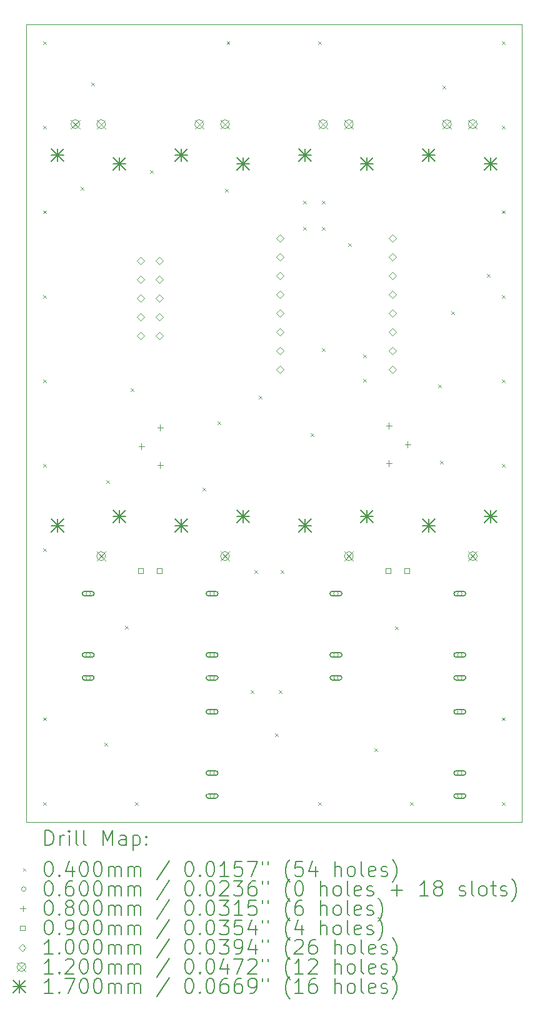
<source format=gbr>
%TF.GenerationSoftware,KiCad,Pcbnew,7.0.7*%
%TF.CreationDate,2025-11-01T14:17:41+08:00*%
%TF.ProjectId,2164_VCA,32313634-5f56-4434-912e-6b696361645f,rev?*%
%TF.SameCoordinates,Original*%
%TF.FileFunction,Drillmap*%
%TF.FilePolarity,Positive*%
%FSLAX45Y45*%
G04 Gerber Fmt 4.5, Leading zero omitted, Abs format (unit mm)*
G04 Created by KiCad (PCBNEW 7.0.7) date 2025-11-01 14:17:41*
%MOMM*%
%LPD*%
G01*
G04 APERTURE LIST*
%ADD10C,0.100000*%
%ADD11C,0.200000*%
%ADD12C,0.040000*%
%ADD13C,0.060000*%
%ADD14C,0.080000*%
%ADD15C,0.090000*%
%ADD16C,0.120000*%
%ADD17C,0.170000*%
G04 APERTURE END LIST*
D10*
X6644000Y-4600000D02*
X13356000Y-4600000D01*
X13356000Y-15400000D01*
X6644000Y-15400000D01*
X6644000Y-4600000D01*
D11*
D12*
X6874000Y-4830000D02*
X6914000Y-4870000D01*
X6914000Y-4830000D02*
X6874000Y-4870000D01*
X6874000Y-5974444D02*
X6914000Y-6014444D01*
X6914000Y-5974444D02*
X6874000Y-6014444D01*
X6874000Y-7118889D02*
X6914000Y-7158889D01*
X6914000Y-7118889D02*
X6874000Y-7158889D01*
X6874000Y-8263333D02*
X6914000Y-8303333D01*
X6914000Y-8263333D02*
X6874000Y-8303333D01*
X6874000Y-9407778D02*
X6914000Y-9447778D01*
X6914000Y-9407778D02*
X6874000Y-9447778D01*
X6874000Y-10552222D02*
X6914000Y-10592222D01*
X6914000Y-10552222D02*
X6874000Y-10592222D01*
X6874000Y-11696666D02*
X6914000Y-11736666D01*
X6914000Y-11696666D02*
X6874000Y-11736666D01*
X6874000Y-13985555D02*
X6914000Y-14025555D01*
X6914000Y-13985555D02*
X6874000Y-14025555D01*
X6874000Y-15130000D02*
X6914000Y-15170000D01*
X6914000Y-15130000D02*
X6874000Y-15170000D01*
X7384100Y-6799900D02*
X7424100Y-6839900D01*
X7424100Y-6799900D02*
X7384100Y-6839900D01*
X7523800Y-5390200D02*
X7563800Y-5430200D01*
X7563800Y-5390200D02*
X7523800Y-5430200D01*
X7701600Y-14331000D02*
X7741600Y-14371000D01*
X7741600Y-14331000D02*
X7701600Y-14371000D01*
X7727000Y-10775000D02*
X7767000Y-10815000D01*
X7767000Y-10775000D02*
X7727000Y-10815000D01*
X7981000Y-12743500D02*
X8021000Y-12783500D01*
X8021000Y-12743500D02*
X7981000Y-12783500D01*
X8057200Y-9530400D02*
X8097200Y-9570400D01*
X8097200Y-9530400D02*
X8057200Y-9570400D01*
X8116400Y-15130000D02*
X8156400Y-15170000D01*
X8156400Y-15130000D02*
X8116400Y-15170000D01*
X8323900Y-6571300D02*
X8363900Y-6611300D01*
X8363900Y-6571300D02*
X8323900Y-6611300D01*
X9035100Y-10876600D02*
X9075100Y-10916600D01*
X9075100Y-10876600D02*
X9035100Y-10916600D01*
X9238300Y-9974900D02*
X9278300Y-10014900D01*
X9278300Y-9974900D02*
X9238300Y-10014900D01*
X9339900Y-6825300D02*
X9379900Y-6865300D01*
X9379900Y-6825300D02*
X9339900Y-6865300D01*
X9358800Y-4830000D02*
X9398800Y-4870000D01*
X9398800Y-4830000D02*
X9358800Y-4870000D01*
X9682800Y-13619800D02*
X9722800Y-13659800D01*
X9722800Y-13619800D02*
X9682800Y-13659800D01*
X9733600Y-11994200D02*
X9773600Y-12034200D01*
X9773600Y-11994200D02*
X9733600Y-12034200D01*
X9797100Y-9632000D02*
X9837100Y-9672000D01*
X9837100Y-9632000D02*
X9797100Y-9672000D01*
X10013000Y-14204000D02*
X10053000Y-14244000D01*
X10053000Y-14204000D02*
X10013000Y-14244000D01*
X10063800Y-13619800D02*
X10103800Y-13659800D01*
X10103800Y-13619800D02*
X10063800Y-13659800D01*
X10089200Y-11994200D02*
X10129200Y-12034200D01*
X10129200Y-11994200D02*
X10089200Y-12034200D01*
X10394000Y-6990400D02*
X10434000Y-7030400D01*
X10434000Y-6990400D02*
X10394000Y-7030400D01*
X10394000Y-7346000D02*
X10434000Y-7386000D01*
X10434000Y-7346000D02*
X10394000Y-7386000D01*
X10495600Y-10140000D02*
X10535600Y-10180000D01*
X10535600Y-10140000D02*
X10495600Y-10180000D01*
X10601200Y-4830000D02*
X10641200Y-4870000D01*
X10641200Y-4830000D02*
X10601200Y-4870000D01*
X10601200Y-15130000D02*
X10641200Y-15170000D01*
X10641200Y-15130000D02*
X10601200Y-15170000D01*
X10648000Y-6990400D02*
X10688000Y-7030400D01*
X10688000Y-6990400D02*
X10648000Y-7030400D01*
X10648000Y-7346000D02*
X10688000Y-7386000D01*
X10688000Y-7346000D02*
X10648000Y-7386000D01*
X10648000Y-8984300D02*
X10688000Y-9024300D01*
X10688000Y-8984300D02*
X10648000Y-9024300D01*
X11003600Y-7561900D02*
X11043600Y-7601900D01*
X11043600Y-7561900D02*
X11003600Y-7601900D01*
X11206800Y-9073200D02*
X11246800Y-9113200D01*
X11246800Y-9073200D02*
X11206800Y-9113200D01*
X11206800Y-9403400D02*
X11246800Y-9443400D01*
X11246800Y-9403400D02*
X11206800Y-9443400D01*
X11359200Y-14407200D02*
X11399200Y-14447200D01*
X11399200Y-14407200D02*
X11359200Y-14447200D01*
X11638600Y-12756200D02*
X11678600Y-12796200D01*
X11678600Y-12756200D02*
X11638600Y-12796200D01*
X11843600Y-15130000D02*
X11883600Y-15170000D01*
X11883600Y-15130000D02*
X11843600Y-15170000D01*
X12222800Y-9479600D02*
X12262800Y-9519600D01*
X12262800Y-9479600D02*
X12222800Y-9519600D01*
X12248200Y-10508300D02*
X12288200Y-10548300D01*
X12288200Y-10508300D02*
X12248200Y-10548300D01*
X12286300Y-5428300D02*
X12326300Y-5468300D01*
X12326300Y-5428300D02*
X12286300Y-5468300D01*
X12400600Y-8489000D02*
X12440600Y-8529000D01*
X12440600Y-8489000D02*
X12400600Y-8529000D01*
X12883200Y-7981000D02*
X12923200Y-8021000D01*
X12923200Y-7981000D02*
X12883200Y-8021000D01*
X13086000Y-4830000D02*
X13126000Y-4870000D01*
X13126000Y-4830000D02*
X13086000Y-4870000D01*
X13086000Y-5974444D02*
X13126000Y-6014444D01*
X13126000Y-5974444D02*
X13086000Y-6014444D01*
X13086000Y-7118889D02*
X13126000Y-7158889D01*
X13126000Y-7118889D02*
X13086000Y-7158889D01*
X13086000Y-8263333D02*
X13126000Y-8303333D01*
X13126000Y-8263333D02*
X13086000Y-8303333D01*
X13086000Y-9407778D02*
X13126000Y-9447778D01*
X13126000Y-9407778D02*
X13086000Y-9447778D01*
X13086000Y-10552222D02*
X13126000Y-10592222D01*
X13126000Y-10552222D02*
X13086000Y-10592222D01*
X13086000Y-13985555D02*
X13126000Y-14025555D01*
X13126000Y-13985555D02*
X13086000Y-14025555D01*
X13086000Y-15130000D02*
X13126000Y-15170000D01*
X13126000Y-15130000D02*
X13086000Y-15170000D01*
D13*
X7513000Y-12308000D02*
G75*
G03*
X7513000Y-12308000I-30000J0D01*
G01*
D11*
X7433000Y-12338000D02*
X7533000Y-12338000D01*
X7533000Y-12338000D02*
G75*
G03*
X7533000Y-12278000I0J30000D01*
G01*
X7533000Y-12278000D02*
X7433000Y-12278000D01*
X7433000Y-12278000D02*
G75*
G03*
X7433000Y-12338000I0J-30000D01*
G01*
D13*
X7513000Y-13138000D02*
G75*
G03*
X7513000Y-13138000I-30000J0D01*
G01*
D11*
X7433000Y-13168000D02*
X7533000Y-13168000D01*
X7533000Y-13168000D02*
G75*
G03*
X7533000Y-13108000I0J30000D01*
G01*
X7533000Y-13108000D02*
X7433000Y-13108000D01*
X7433000Y-13108000D02*
G75*
G03*
X7433000Y-13168000I0J-30000D01*
G01*
D13*
X7513000Y-13448000D02*
G75*
G03*
X7513000Y-13448000I-30000J0D01*
G01*
D11*
X7433000Y-13478000D02*
X7533000Y-13478000D01*
X7533000Y-13478000D02*
G75*
G03*
X7533000Y-13418000I0J30000D01*
G01*
X7533000Y-13418000D02*
X7433000Y-13418000D01*
X7433000Y-13418000D02*
G75*
G03*
X7433000Y-13478000I0J-30000D01*
G01*
D13*
X9191000Y-12308000D02*
G75*
G03*
X9191000Y-12308000I-30000J0D01*
G01*
D11*
X9111000Y-12338000D02*
X9211000Y-12338000D01*
X9211000Y-12338000D02*
G75*
G03*
X9211000Y-12278000I0J30000D01*
G01*
X9211000Y-12278000D02*
X9111000Y-12278000D01*
X9111000Y-12278000D02*
G75*
G03*
X9111000Y-12338000I0J-30000D01*
G01*
D13*
X9191000Y-13138000D02*
G75*
G03*
X9191000Y-13138000I-30000J0D01*
G01*
D11*
X9111000Y-13168000D02*
X9211000Y-13168000D01*
X9211000Y-13168000D02*
G75*
G03*
X9211000Y-13108000I0J30000D01*
G01*
X9211000Y-13108000D02*
X9111000Y-13108000D01*
X9111000Y-13108000D02*
G75*
G03*
X9111000Y-13168000I0J-30000D01*
G01*
D13*
X9191000Y-13448000D02*
G75*
G03*
X9191000Y-13448000I-30000J0D01*
G01*
D11*
X9111000Y-13478000D02*
X9211000Y-13478000D01*
X9211000Y-13478000D02*
G75*
G03*
X9211000Y-13418000I0J30000D01*
G01*
X9211000Y-13418000D02*
X9111000Y-13418000D01*
X9111000Y-13418000D02*
G75*
G03*
X9111000Y-13478000I0J-30000D01*
G01*
D13*
X9191000Y-13908000D02*
G75*
G03*
X9191000Y-13908000I-30000J0D01*
G01*
D11*
X9111000Y-13938000D02*
X9211000Y-13938000D01*
X9211000Y-13938000D02*
G75*
G03*
X9211000Y-13878000I0J30000D01*
G01*
X9211000Y-13878000D02*
X9111000Y-13878000D01*
X9111000Y-13878000D02*
G75*
G03*
X9111000Y-13938000I0J-30000D01*
G01*
D13*
X9191000Y-14738000D02*
G75*
G03*
X9191000Y-14738000I-30000J0D01*
G01*
D11*
X9111000Y-14768000D02*
X9211000Y-14768000D01*
X9211000Y-14768000D02*
G75*
G03*
X9211000Y-14708000I0J30000D01*
G01*
X9211000Y-14708000D02*
X9111000Y-14708000D01*
X9111000Y-14708000D02*
G75*
G03*
X9111000Y-14768000I0J-30000D01*
G01*
D13*
X9191000Y-15048000D02*
G75*
G03*
X9191000Y-15048000I-30000J0D01*
G01*
D11*
X9111000Y-15078000D02*
X9211000Y-15078000D01*
X9211000Y-15078000D02*
G75*
G03*
X9211000Y-15018000I0J30000D01*
G01*
X9211000Y-15018000D02*
X9111000Y-15018000D01*
X9111000Y-15018000D02*
G75*
G03*
X9111000Y-15078000I0J-30000D01*
G01*
D13*
X10869000Y-12308000D02*
G75*
G03*
X10869000Y-12308000I-30000J0D01*
G01*
D11*
X10789000Y-12338000D02*
X10889000Y-12338000D01*
X10889000Y-12338000D02*
G75*
G03*
X10889000Y-12278000I0J30000D01*
G01*
X10889000Y-12278000D02*
X10789000Y-12278000D01*
X10789000Y-12278000D02*
G75*
G03*
X10789000Y-12338000I0J-30000D01*
G01*
D13*
X10869000Y-13138000D02*
G75*
G03*
X10869000Y-13138000I-30000J0D01*
G01*
D11*
X10789000Y-13168000D02*
X10889000Y-13168000D01*
X10889000Y-13168000D02*
G75*
G03*
X10889000Y-13108000I0J30000D01*
G01*
X10889000Y-13108000D02*
X10789000Y-13108000D01*
X10789000Y-13108000D02*
G75*
G03*
X10789000Y-13168000I0J-30000D01*
G01*
D13*
X10869000Y-13448000D02*
G75*
G03*
X10869000Y-13448000I-30000J0D01*
G01*
D11*
X10789000Y-13478000D02*
X10889000Y-13478000D01*
X10889000Y-13478000D02*
G75*
G03*
X10889000Y-13418000I0J30000D01*
G01*
X10889000Y-13418000D02*
X10789000Y-13418000D01*
X10789000Y-13418000D02*
G75*
G03*
X10789000Y-13478000I0J-30000D01*
G01*
D13*
X12547000Y-12308000D02*
G75*
G03*
X12547000Y-12308000I-30000J0D01*
G01*
D11*
X12467000Y-12338000D02*
X12567000Y-12338000D01*
X12567000Y-12338000D02*
G75*
G03*
X12567000Y-12278000I0J30000D01*
G01*
X12567000Y-12278000D02*
X12467000Y-12278000D01*
X12467000Y-12278000D02*
G75*
G03*
X12467000Y-12338000I0J-30000D01*
G01*
D13*
X12547000Y-13138000D02*
G75*
G03*
X12547000Y-13138000I-30000J0D01*
G01*
D11*
X12467000Y-13168000D02*
X12567000Y-13168000D01*
X12567000Y-13168000D02*
G75*
G03*
X12567000Y-13108000I0J30000D01*
G01*
X12567000Y-13108000D02*
X12467000Y-13108000D01*
X12467000Y-13108000D02*
G75*
G03*
X12467000Y-13168000I0J-30000D01*
G01*
D13*
X12547000Y-13448000D02*
G75*
G03*
X12547000Y-13448000I-30000J0D01*
G01*
D11*
X12467000Y-13478000D02*
X12567000Y-13478000D01*
X12567000Y-13478000D02*
G75*
G03*
X12567000Y-13418000I0J30000D01*
G01*
X12567000Y-13418000D02*
X12467000Y-13418000D01*
X12467000Y-13418000D02*
G75*
G03*
X12467000Y-13478000I0J-30000D01*
G01*
D13*
X12547000Y-13908000D02*
G75*
G03*
X12547000Y-13908000I-30000J0D01*
G01*
D11*
X12467000Y-13938000D02*
X12567000Y-13938000D01*
X12567000Y-13938000D02*
G75*
G03*
X12567000Y-13878000I0J30000D01*
G01*
X12567000Y-13878000D02*
X12467000Y-13878000D01*
X12467000Y-13878000D02*
G75*
G03*
X12467000Y-13938000I0J-30000D01*
G01*
D13*
X12547000Y-14738000D02*
G75*
G03*
X12547000Y-14738000I-30000J0D01*
G01*
D11*
X12467000Y-14768000D02*
X12567000Y-14768000D01*
X12567000Y-14768000D02*
G75*
G03*
X12567000Y-14708000I0J30000D01*
G01*
X12567000Y-14708000D02*
X12467000Y-14708000D01*
X12467000Y-14708000D02*
G75*
G03*
X12467000Y-14768000I0J-30000D01*
G01*
D13*
X12547000Y-15048000D02*
G75*
G03*
X12547000Y-15048000I-30000J0D01*
G01*
D11*
X12467000Y-15078000D02*
X12567000Y-15078000D01*
X12567000Y-15078000D02*
G75*
G03*
X12567000Y-15018000I0J30000D01*
G01*
X12567000Y-15018000D02*
X12467000Y-15018000D01*
X12467000Y-15018000D02*
G75*
G03*
X12467000Y-15078000I0J-30000D01*
G01*
D14*
X8204200Y-10272400D02*
X8204200Y-10352400D01*
X8164200Y-10312400D02*
X8244200Y-10312400D01*
X8458200Y-10018400D02*
X8458200Y-10098400D01*
X8418200Y-10058400D02*
X8498200Y-10058400D01*
X8458200Y-10526400D02*
X8458200Y-10606400D01*
X8418200Y-10566400D02*
X8498200Y-10566400D01*
X11557000Y-9993000D02*
X11557000Y-10073000D01*
X11517000Y-10033000D02*
X11597000Y-10033000D01*
X11557000Y-10501000D02*
X11557000Y-10581000D01*
X11517000Y-10541000D02*
X11597000Y-10541000D01*
X11811000Y-10247000D02*
X11811000Y-10327000D01*
X11771000Y-10287000D02*
X11851000Y-10287000D01*
D15*
X8226820Y-12031820D02*
X8226820Y-11968180D01*
X8163180Y-11968180D01*
X8163180Y-12031820D01*
X8226820Y-12031820D01*
X8480820Y-12031820D02*
X8480820Y-11968180D01*
X8417180Y-11968180D01*
X8417180Y-12031820D01*
X8480820Y-12031820D01*
X11578820Y-12031820D02*
X11578820Y-11968180D01*
X11515180Y-11968180D01*
X11515180Y-12031820D01*
X11578820Y-12031820D01*
X11832820Y-12031820D02*
X11832820Y-11968180D01*
X11769180Y-11968180D01*
X11769180Y-12031820D01*
X11832820Y-12031820D01*
D10*
X8195000Y-7850000D02*
X8245000Y-7800000D01*
X8195000Y-7750000D01*
X8145000Y-7800000D01*
X8195000Y-7850000D01*
X8195000Y-8104000D02*
X8245000Y-8054000D01*
X8195000Y-8004000D01*
X8145000Y-8054000D01*
X8195000Y-8104000D01*
X8195000Y-8358000D02*
X8245000Y-8308000D01*
X8195000Y-8258000D01*
X8145000Y-8308000D01*
X8195000Y-8358000D01*
X8195000Y-8612000D02*
X8245000Y-8562000D01*
X8195000Y-8512000D01*
X8145000Y-8562000D01*
X8195000Y-8612000D01*
X8195000Y-8866000D02*
X8245000Y-8816000D01*
X8195000Y-8766000D01*
X8145000Y-8816000D01*
X8195000Y-8866000D01*
X8449000Y-7850000D02*
X8499000Y-7800000D01*
X8449000Y-7750000D01*
X8399000Y-7800000D01*
X8449000Y-7850000D01*
X8449000Y-8104000D02*
X8499000Y-8054000D01*
X8449000Y-8004000D01*
X8399000Y-8054000D01*
X8449000Y-8104000D01*
X8449000Y-8358000D02*
X8499000Y-8308000D01*
X8449000Y-8258000D01*
X8399000Y-8308000D01*
X8449000Y-8358000D01*
X8449000Y-8612000D02*
X8499000Y-8562000D01*
X8449000Y-8512000D01*
X8399000Y-8562000D01*
X8449000Y-8612000D01*
X8449000Y-8866000D02*
X8499000Y-8816000D01*
X8449000Y-8766000D01*
X8399000Y-8816000D01*
X8449000Y-8866000D01*
X10083800Y-7543000D02*
X10133800Y-7493000D01*
X10083800Y-7443000D01*
X10033800Y-7493000D01*
X10083800Y-7543000D01*
X10083800Y-7797000D02*
X10133800Y-7747000D01*
X10083800Y-7697000D01*
X10033800Y-7747000D01*
X10083800Y-7797000D01*
X10083800Y-8051000D02*
X10133800Y-8001000D01*
X10083800Y-7951000D01*
X10033800Y-8001000D01*
X10083800Y-8051000D01*
X10083800Y-8305000D02*
X10133800Y-8255000D01*
X10083800Y-8205000D01*
X10033800Y-8255000D01*
X10083800Y-8305000D01*
X10083800Y-8559000D02*
X10133800Y-8509000D01*
X10083800Y-8459000D01*
X10033800Y-8509000D01*
X10083800Y-8559000D01*
X10083800Y-8813000D02*
X10133800Y-8763000D01*
X10083800Y-8713000D01*
X10033800Y-8763000D01*
X10083800Y-8813000D01*
X10083800Y-9067000D02*
X10133800Y-9017000D01*
X10083800Y-8967000D01*
X10033800Y-9017000D01*
X10083800Y-9067000D01*
X10083800Y-9321000D02*
X10133800Y-9271000D01*
X10083800Y-9221000D01*
X10033800Y-9271000D01*
X10083800Y-9321000D01*
X11607800Y-7543000D02*
X11657800Y-7493000D01*
X11607800Y-7443000D01*
X11557800Y-7493000D01*
X11607800Y-7543000D01*
X11607800Y-7797000D02*
X11657800Y-7747000D01*
X11607800Y-7697000D01*
X11557800Y-7747000D01*
X11607800Y-7797000D01*
X11607800Y-8051000D02*
X11657800Y-8001000D01*
X11607800Y-7951000D01*
X11557800Y-8001000D01*
X11607800Y-8051000D01*
X11607800Y-8305000D02*
X11657800Y-8255000D01*
X11607800Y-8205000D01*
X11557800Y-8255000D01*
X11607800Y-8305000D01*
X11607800Y-8559000D02*
X11657800Y-8509000D01*
X11607800Y-8459000D01*
X11557800Y-8509000D01*
X11607800Y-8559000D01*
X11607800Y-8813000D02*
X11657800Y-8763000D01*
X11607800Y-8713000D01*
X11557800Y-8763000D01*
X11607800Y-8813000D01*
X11607800Y-9067000D02*
X11657800Y-9017000D01*
X11607800Y-8967000D01*
X11557800Y-9017000D01*
X11607800Y-9067000D01*
X11607800Y-9321000D02*
X11657800Y-9271000D01*
X11607800Y-9221000D01*
X11557800Y-9271000D01*
X11607800Y-9321000D01*
D16*
X7248000Y-5890000D02*
X7368000Y-6010000D01*
X7368000Y-5890000D02*
X7248000Y-6010000D01*
X7368000Y-5950000D02*
G75*
G03*
X7368000Y-5950000I-60000J0D01*
G01*
X7598000Y-5890000D02*
X7718000Y-6010000D01*
X7718000Y-5890000D02*
X7598000Y-6010000D01*
X7718000Y-5950000D02*
G75*
G03*
X7718000Y-5950000I-60000J0D01*
G01*
X7598000Y-11740000D02*
X7718000Y-11860000D01*
X7718000Y-11740000D02*
X7598000Y-11860000D01*
X7718000Y-11800000D02*
G75*
G03*
X7718000Y-11800000I-60000J0D01*
G01*
X8926000Y-5890000D02*
X9046000Y-6010000D01*
X9046000Y-5890000D02*
X8926000Y-6010000D01*
X9046000Y-5950000D02*
G75*
G03*
X9046000Y-5950000I-60000J0D01*
G01*
X9276000Y-5890000D02*
X9396000Y-6010000D01*
X9396000Y-5890000D02*
X9276000Y-6010000D01*
X9396000Y-5950000D02*
G75*
G03*
X9396000Y-5950000I-60000J0D01*
G01*
X9276000Y-11740000D02*
X9396000Y-11860000D01*
X9396000Y-11740000D02*
X9276000Y-11860000D01*
X9396000Y-11800000D02*
G75*
G03*
X9396000Y-11800000I-60000J0D01*
G01*
X10604000Y-5890000D02*
X10724000Y-6010000D01*
X10724000Y-5890000D02*
X10604000Y-6010000D01*
X10724000Y-5950000D02*
G75*
G03*
X10724000Y-5950000I-60000J0D01*
G01*
X10954000Y-5890000D02*
X11074000Y-6010000D01*
X11074000Y-5890000D02*
X10954000Y-6010000D01*
X11074000Y-5950000D02*
G75*
G03*
X11074000Y-5950000I-60000J0D01*
G01*
X10954000Y-11740000D02*
X11074000Y-11860000D01*
X11074000Y-11740000D02*
X10954000Y-11860000D01*
X11074000Y-11800000D02*
G75*
G03*
X11074000Y-11800000I-60000J0D01*
G01*
X12282000Y-5890000D02*
X12402000Y-6010000D01*
X12402000Y-5890000D02*
X12282000Y-6010000D01*
X12402000Y-5950000D02*
G75*
G03*
X12402000Y-5950000I-60000J0D01*
G01*
X12632000Y-5890000D02*
X12752000Y-6010000D01*
X12752000Y-5890000D02*
X12632000Y-6010000D01*
X12752000Y-5950000D02*
G75*
G03*
X12752000Y-5950000I-60000J0D01*
G01*
X12632000Y-11740000D02*
X12752000Y-11860000D01*
X12752000Y-11740000D02*
X12632000Y-11860000D01*
X12752000Y-11800000D02*
G75*
G03*
X12752000Y-11800000I-60000J0D01*
G01*
D17*
X6978000Y-6280000D02*
X7148000Y-6450000D01*
X7148000Y-6280000D02*
X6978000Y-6450000D01*
X7063000Y-6280000D02*
X7063000Y-6450000D01*
X6978000Y-6365000D02*
X7148000Y-6365000D01*
X6978000Y-11300000D02*
X7148000Y-11470000D01*
X7148000Y-11300000D02*
X6978000Y-11470000D01*
X7063000Y-11300000D02*
X7063000Y-11470000D01*
X6978000Y-11385000D02*
X7148000Y-11385000D01*
X7818000Y-6400000D02*
X7988000Y-6570000D01*
X7988000Y-6400000D02*
X7818000Y-6570000D01*
X7903000Y-6400000D02*
X7903000Y-6570000D01*
X7818000Y-6485000D02*
X7988000Y-6485000D01*
X7818000Y-11180000D02*
X7988000Y-11350000D01*
X7988000Y-11180000D02*
X7818000Y-11350000D01*
X7903000Y-11180000D02*
X7903000Y-11350000D01*
X7818000Y-11265000D02*
X7988000Y-11265000D01*
X8656000Y-6280000D02*
X8826000Y-6450000D01*
X8826000Y-6280000D02*
X8656000Y-6450000D01*
X8741000Y-6280000D02*
X8741000Y-6450000D01*
X8656000Y-6365000D02*
X8826000Y-6365000D01*
X8656000Y-11300000D02*
X8826000Y-11470000D01*
X8826000Y-11300000D02*
X8656000Y-11470000D01*
X8741000Y-11300000D02*
X8741000Y-11470000D01*
X8656000Y-11385000D02*
X8826000Y-11385000D01*
X9496000Y-6400000D02*
X9666000Y-6570000D01*
X9666000Y-6400000D02*
X9496000Y-6570000D01*
X9581000Y-6400000D02*
X9581000Y-6570000D01*
X9496000Y-6485000D02*
X9666000Y-6485000D01*
X9496000Y-11180000D02*
X9666000Y-11350000D01*
X9666000Y-11180000D02*
X9496000Y-11350000D01*
X9581000Y-11180000D02*
X9581000Y-11350000D01*
X9496000Y-11265000D02*
X9666000Y-11265000D01*
X10334000Y-6280000D02*
X10504000Y-6450000D01*
X10504000Y-6280000D02*
X10334000Y-6450000D01*
X10419000Y-6280000D02*
X10419000Y-6450000D01*
X10334000Y-6365000D02*
X10504000Y-6365000D01*
X10334000Y-11300000D02*
X10504000Y-11470000D01*
X10504000Y-11300000D02*
X10334000Y-11470000D01*
X10419000Y-11300000D02*
X10419000Y-11470000D01*
X10334000Y-11385000D02*
X10504000Y-11385000D01*
X11174000Y-6400000D02*
X11344000Y-6570000D01*
X11344000Y-6400000D02*
X11174000Y-6570000D01*
X11259000Y-6400000D02*
X11259000Y-6570000D01*
X11174000Y-6485000D02*
X11344000Y-6485000D01*
X11174000Y-11180000D02*
X11344000Y-11350000D01*
X11344000Y-11180000D02*
X11174000Y-11350000D01*
X11259000Y-11180000D02*
X11259000Y-11350000D01*
X11174000Y-11265000D02*
X11344000Y-11265000D01*
X12012000Y-6280000D02*
X12182000Y-6450000D01*
X12182000Y-6280000D02*
X12012000Y-6450000D01*
X12097000Y-6280000D02*
X12097000Y-6450000D01*
X12012000Y-6365000D02*
X12182000Y-6365000D01*
X12012000Y-11300000D02*
X12182000Y-11470000D01*
X12182000Y-11300000D02*
X12012000Y-11470000D01*
X12097000Y-11300000D02*
X12097000Y-11470000D01*
X12012000Y-11385000D02*
X12182000Y-11385000D01*
X12852000Y-6400000D02*
X13022000Y-6570000D01*
X13022000Y-6400000D02*
X12852000Y-6570000D01*
X12937000Y-6400000D02*
X12937000Y-6570000D01*
X12852000Y-6485000D02*
X13022000Y-6485000D01*
X12852000Y-11180000D02*
X13022000Y-11350000D01*
X13022000Y-11180000D02*
X12852000Y-11350000D01*
X12937000Y-11180000D02*
X12937000Y-11350000D01*
X12852000Y-11265000D02*
X13022000Y-11265000D01*
D11*
X6899777Y-15716484D02*
X6899777Y-15516484D01*
X6899777Y-15516484D02*
X6947396Y-15516484D01*
X6947396Y-15516484D02*
X6975967Y-15526008D01*
X6975967Y-15526008D02*
X6995015Y-15545055D01*
X6995015Y-15545055D02*
X7004539Y-15564103D01*
X7004539Y-15564103D02*
X7014062Y-15602198D01*
X7014062Y-15602198D02*
X7014062Y-15630769D01*
X7014062Y-15630769D02*
X7004539Y-15668865D01*
X7004539Y-15668865D02*
X6995015Y-15687912D01*
X6995015Y-15687912D02*
X6975967Y-15706960D01*
X6975967Y-15706960D02*
X6947396Y-15716484D01*
X6947396Y-15716484D02*
X6899777Y-15716484D01*
X7099777Y-15716484D02*
X7099777Y-15583150D01*
X7099777Y-15621246D02*
X7109301Y-15602198D01*
X7109301Y-15602198D02*
X7118824Y-15592674D01*
X7118824Y-15592674D02*
X7137872Y-15583150D01*
X7137872Y-15583150D02*
X7156920Y-15583150D01*
X7223586Y-15716484D02*
X7223586Y-15583150D01*
X7223586Y-15516484D02*
X7214062Y-15526008D01*
X7214062Y-15526008D02*
X7223586Y-15535531D01*
X7223586Y-15535531D02*
X7233110Y-15526008D01*
X7233110Y-15526008D02*
X7223586Y-15516484D01*
X7223586Y-15516484D02*
X7223586Y-15535531D01*
X7347396Y-15716484D02*
X7328348Y-15706960D01*
X7328348Y-15706960D02*
X7318824Y-15687912D01*
X7318824Y-15687912D02*
X7318824Y-15516484D01*
X7452158Y-15716484D02*
X7433110Y-15706960D01*
X7433110Y-15706960D02*
X7423586Y-15687912D01*
X7423586Y-15687912D02*
X7423586Y-15516484D01*
X7680729Y-15716484D02*
X7680729Y-15516484D01*
X7680729Y-15516484D02*
X7747396Y-15659341D01*
X7747396Y-15659341D02*
X7814062Y-15516484D01*
X7814062Y-15516484D02*
X7814062Y-15716484D01*
X7995015Y-15716484D02*
X7995015Y-15611722D01*
X7995015Y-15611722D02*
X7985491Y-15592674D01*
X7985491Y-15592674D02*
X7966443Y-15583150D01*
X7966443Y-15583150D02*
X7928348Y-15583150D01*
X7928348Y-15583150D02*
X7909301Y-15592674D01*
X7995015Y-15706960D02*
X7975967Y-15716484D01*
X7975967Y-15716484D02*
X7928348Y-15716484D01*
X7928348Y-15716484D02*
X7909301Y-15706960D01*
X7909301Y-15706960D02*
X7899777Y-15687912D01*
X7899777Y-15687912D02*
X7899777Y-15668865D01*
X7899777Y-15668865D02*
X7909301Y-15649817D01*
X7909301Y-15649817D02*
X7928348Y-15640293D01*
X7928348Y-15640293D02*
X7975967Y-15640293D01*
X7975967Y-15640293D02*
X7995015Y-15630769D01*
X8090253Y-15583150D02*
X8090253Y-15783150D01*
X8090253Y-15592674D02*
X8109301Y-15583150D01*
X8109301Y-15583150D02*
X8147396Y-15583150D01*
X8147396Y-15583150D02*
X8166443Y-15592674D01*
X8166443Y-15592674D02*
X8175967Y-15602198D01*
X8175967Y-15602198D02*
X8185491Y-15621246D01*
X8185491Y-15621246D02*
X8185491Y-15678388D01*
X8185491Y-15678388D02*
X8175967Y-15697436D01*
X8175967Y-15697436D02*
X8166443Y-15706960D01*
X8166443Y-15706960D02*
X8147396Y-15716484D01*
X8147396Y-15716484D02*
X8109301Y-15716484D01*
X8109301Y-15716484D02*
X8090253Y-15706960D01*
X8271205Y-15697436D02*
X8280729Y-15706960D01*
X8280729Y-15706960D02*
X8271205Y-15716484D01*
X8271205Y-15716484D02*
X8261682Y-15706960D01*
X8261682Y-15706960D02*
X8271205Y-15697436D01*
X8271205Y-15697436D02*
X8271205Y-15716484D01*
X8271205Y-15592674D02*
X8280729Y-15602198D01*
X8280729Y-15602198D02*
X8271205Y-15611722D01*
X8271205Y-15611722D02*
X8261682Y-15602198D01*
X8261682Y-15602198D02*
X8271205Y-15592674D01*
X8271205Y-15592674D02*
X8271205Y-15611722D01*
D12*
X6599000Y-16025000D02*
X6639000Y-16065000D01*
X6639000Y-16025000D02*
X6599000Y-16065000D01*
D11*
X6937872Y-15936484D02*
X6956920Y-15936484D01*
X6956920Y-15936484D02*
X6975967Y-15946008D01*
X6975967Y-15946008D02*
X6985491Y-15955531D01*
X6985491Y-15955531D02*
X6995015Y-15974579D01*
X6995015Y-15974579D02*
X7004539Y-16012674D01*
X7004539Y-16012674D02*
X7004539Y-16060293D01*
X7004539Y-16060293D02*
X6995015Y-16098388D01*
X6995015Y-16098388D02*
X6985491Y-16117436D01*
X6985491Y-16117436D02*
X6975967Y-16126960D01*
X6975967Y-16126960D02*
X6956920Y-16136484D01*
X6956920Y-16136484D02*
X6937872Y-16136484D01*
X6937872Y-16136484D02*
X6918824Y-16126960D01*
X6918824Y-16126960D02*
X6909301Y-16117436D01*
X6909301Y-16117436D02*
X6899777Y-16098388D01*
X6899777Y-16098388D02*
X6890253Y-16060293D01*
X6890253Y-16060293D02*
X6890253Y-16012674D01*
X6890253Y-16012674D02*
X6899777Y-15974579D01*
X6899777Y-15974579D02*
X6909301Y-15955531D01*
X6909301Y-15955531D02*
X6918824Y-15946008D01*
X6918824Y-15946008D02*
X6937872Y-15936484D01*
X7090253Y-16117436D02*
X7099777Y-16126960D01*
X7099777Y-16126960D02*
X7090253Y-16136484D01*
X7090253Y-16136484D02*
X7080729Y-16126960D01*
X7080729Y-16126960D02*
X7090253Y-16117436D01*
X7090253Y-16117436D02*
X7090253Y-16136484D01*
X7271205Y-16003150D02*
X7271205Y-16136484D01*
X7223586Y-15926960D02*
X7175967Y-16069817D01*
X7175967Y-16069817D02*
X7299777Y-16069817D01*
X7414062Y-15936484D02*
X7433110Y-15936484D01*
X7433110Y-15936484D02*
X7452158Y-15946008D01*
X7452158Y-15946008D02*
X7461682Y-15955531D01*
X7461682Y-15955531D02*
X7471205Y-15974579D01*
X7471205Y-15974579D02*
X7480729Y-16012674D01*
X7480729Y-16012674D02*
X7480729Y-16060293D01*
X7480729Y-16060293D02*
X7471205Y-16098388D01*
X7471205Y-16098388D02*
X7461682Y-16117436D01*
X7461682Y-16117436D02*
X7452158Y-16126960D01*
X7452158Y-16126960D02*
X7433110Y-16136484D01*
X7433110Y-16136484D02*
X7414062Y-16136484D01*
X7414062Y-16136484D02*
X7395015Y-16126960D01*
X7395015Y-16126960D02*
X7385491Y-16117436D01*
X7385491Y-16117436D02*
X7375967Y-16098388D01*
X7375967Y-16098388D02*
X7366443Y-16060293D01*
X7366443Y-16060293D02*
X7366443Y-16012674D01*
X7366443Y-16012674D02*
X7375967Y-15974579D01*
X7375967Y-15974579D02*
X7385491Y-15955531D01*
X7385491Y-15955531D02*
X7395015Y-15946008D01*
X7395015Y-15946008D02*
X7414062Y-15936484D01*
X7604539Y-15936484D02*
X7623586Y-15936484D01*
X7623586Y-15936484D02*
X7642634Y-15946008D01*
X7642634Y-15946008D02*
X7652158Y-15955531D01*
X7652158Y-15955531D02*
X7661682Y-15974579D01*
X7661682Y-15974579D02*
X7671205Y-16012674D01*
X7671205Y-16012674D02*
X7671205Y-16060293D01*
X7671205Y-16060293D02*
X7661682Y-16098388D01*
X7661682Y-16098388D02*
X7652158Y-16117436D01*
X7652158Y-16117436D02*
X7642634Y-16126960D01*
X7642634Y-16126960D02*
X7623586Y-16136484D01*
X7623586Y-16136484D02*
X7604539Y-16136484D01*
X7604539Y-16136484D02*
X7585491Y-16126960D01*
X7585491Y-16126960D02*
X7575967Y-16117436D01*
X7575967Y-16117436D02*
X7566443Y-16098388D01*
X7566443Y-16098388D02*
X7556920Y-16060293D01*
X7556920Y-16060293D02*
X7556920Y-16012674D01*
X7556920Y-16012674D02*
X7566443Y-15974579D01*
X7566443Y-15974579D02*
X7575967Y-15955531D01*
X7575967Y-15955531D02*
X7585491Y-15946008D01*
X7585491Y-15946008D02*
X7604539Y-15936484D01*
X7756920Y-16136484D02*
X7756920Y-16003150D01*
X7756920Y-16022198D02*
X7766443Y-16012674D01*
X7766443Y-16012674D02*
X7785491Y-16003150D01*
X7785491Y-16003150D02*
X7814063Y-16003150D01*
X7814063Y-16003150D02*
X7833110Y-16012674D01*
X7833110Y-16012674D02*
X7842634Y-16031722D01*
X7842634Y-16031722D02*
X7842634Y-16136484D01*
X7842634Y-16031722D02*
X7852158Y-16012674D01*
X7852158Y-16012674D02*
X7871205Y-16003150D01*
X7871205Y-16003150D02*
X7899777Y-16003150D01*
X7899777Y-16003150D02*
X7918824Y-16012674D01*
X7918824Y-16012674D02*
X7928348Y-16031722D01*
X7928348Y-16031722D02*
X7928348Y-16136484D01*
X8023586Y-16136484D02*
X8023586Y-16003150D01*
X8023586Y-16022198D02*
X8033110Y-16012674D01*
X8033110Y-16012674D02*
X8052158Y-16003150D01*
X8052158Y-16003150D02*
X8080729Y-16003150D01*
X8080729Y-16003150D02*
X8099777Y-16012674D01*
X8099777Y-16012674D02*
X8109301Y-16031722D01*
X8109301Y-16031722D02*
X8109301Y-16136484D01*
X8109301Y-16031722D02*
X8118824Y-16012674D01*
X8118824Y-16012674D02*
X8137872Y-16003150D01*
X8137872Y-16003150D02*
X8166443Y-16003150D01*
X8166443Y-16003150D02*
X8185491Y-16012674D01*
X8185491Y-16012674D02*
X8195015Y-16031722D01*
X8195015Y-16031722D02*
X8195015Y-16136484D01*
X8585491Y-15926960D02*
X8414063Y-16184103D01*
X8842634Y-15936484D02*
X8861682Y-15936484D01*
X8861682Y-15936484D02*
X8880729Y-15946008D01*
X8880729Y-15946008D02*
X8890253Y-15955531D01*
X8890253Y-15955531D02*
X8899777Y-15974579D01*
X8899777Y-15974579D02*
X8909301Y-16012674D01*
X8909301Y-16012674D02*
X8909301Y-16060293D01*
X8909301Y-16060293D02*
X8899777Y-16098388D01*
X8899777Y-16098388D02*
X8890253Y-16117436D01*
X8890253Y-16117436D02*
X8880729Y-16126960D01*
X8880729Y-16126960D02*
X8861682Y-16136484D01*
X8861682Y-16136484D02*
X8842634Y-16136484D01*
X8842634Y-16136484D02*
X8823587Y-16126960D01*
X8823587Y-16126960D02*
X8814063Y-16117436D01*
X8814063Y-16117436D02*
X8804539Y-16098388D01*
X8804539Y-16098388D02*
X8795015Y-16060293D01*
X8795015Y-16060293D02*
X8795015Y-16012674D01*
X8795015Y-16012674D02*
X8804539Y-15974579D01*
X8804539Y-15974579D02*
X8814063Y-15955531D01*
X8814063Y-15955531D02*
X8823587Y-15946008D01*
X8823587Y-15946008D02*
X8842634Y-15936484D01*
X8995015Y-16117436D02*
X9004539Y-16126960D01*
X9004539Y-16126960D02*
X8995015Y-16136484D01*
X8995015Y-16136484D02*
X8985491Y-16126960D01*
X8985491Y-16126960D02*
X8995015Y-16117436D01*
X8995015Y-16117436D02*
X8995015Y-16136484D01*
X9128348Y-15936484D02*
X9147396Y-15936484D01*
X9147396Y-15936484D02*
X9166444Y-15946008D01*
X9166444Y-15946008D02*
X9175968Y-15955531D01*
X9175968Y-15955531D02*
X9185491Y-15974579D01*
X9185491Y-15974579D02*
X9195015Y-16012674D01*
X9195015Y-16012674D02*
X9195015Y-16060293D01*
X9195015Y-16060293D02*
X9185491Y-16098388D01*
X9185491Y-16098388D02*
X9175968Y-16117436D01*
X9175968Y-16117436D02*
X9166444Y-16126960D01*
X9166444Y-16126960D02*
X9147396Y-16136484D01*
X9147396Y-16136484D02*
X9128348Y-16136484D01*
X9128348Y-16136484D02*
X9109301Y-16126960D01*
X9109301Y-16126960D02*
X9099777Y-16117436D01*
X9099777Y-16117436D02*
X9090253Y-16098388D01*
X9090253Y-16098388D02*
X9080729Y-16060293D01*
X9080729Y-16060293D02*
X9080729Y-16012674D01*
X9080729Y-16012674D02*
X9090253Y-15974579D01*
X9090253Y-15974579D02*
X9099777Y-15955531D01*
X9099777Y-15955531D02*
X9109301Y-15946008D01*
X9109301Y-15946008D02*
X9128348Y-15936484D01*
X9385491Y-16136484D02*
X9271206Y-16136484D01*
X9328348Y-16136484D02*
X9328348Y-15936484D01*
X9328348Y-15936484D02*
X9309301Y-15965055D01*
X9309301Y-15965055D02*
X9290253Y-15984103D01*
X9290253Y-15984103D02*
X9271206Y-15993627D01*
X9566444Y-15936484D02*
X9471206Y-15936484D01*
X9471206Y-15936484D02*
X9461682Y-16031722D01*
X9461682Y-16031722D02*
X9471206Y-16022198D01*
X9471206Y-16022198D02*
X9490253Y-16012674D01*
X9490253Y-16012674D02*
X9537872Y-16012674D01*
X9537872Y-16012674D02*
X9556920Y-16022198D01*
X9556920Y-16022198D02*
X9566444Y-16031722D01*
X9566444Y-16031722D02*
X9575968Y-16050769D01*
X9575968Y-16050769D02*
X9575968Y-16098388D01*
X9575968Y-16098388D02*
X9566444Y-16117436D01*
X9566444Y-16117436D02*
X9556920Y-16126960D01*
X9556920Y-16126960D02*
X9537872Y-16136484D01*
X9537872Y-16136484D02*
X9490253Y-16136484D01*
X9490253Y-16136484D02*
X9471206Y-16126960D01*
X9471206Y-16126960D02*
X9461682Y-16117436D01*
X9642634Y-15936484D02*
X9775968Y-15936484D01*
X9775968Y-15936484D02*
X9690253Y-16136484D01*
X9842634Y-15936484D02*
X9842634Y-15974579D01*
X9918825Y-15936484D02*
X9918825Y-15974579D01*
X10214063Y-16212674D02*
X10204539Y-16203150D01*
X10204539Y-16203150D02*
X10185491Y-16174579D01*
X10185491Y-16174579D02*
X10175968Y-16155531D01*
X10175968Y-16155531D02*
X10166444Y-16126960D01*
X10166444Y-16126960D02*
X10156920Y-16079341D01*
X10156920Y-16079341D02*
X10156920Y-16041246D01*
X10156920Y-16041246D02*
X10166444Y-15993627D01*
X10166444Y-15993627D02*
X10175968Y-15965055D01*
X10175968Y-15965055D02*
X10185491Y-15946008D01*
X10185491Y-15946008D02*
X10204539Y-15917436D01*
X10204539Y-15917436D02*
X10214063Y-15907912D01*
X10385491Y-15936484D02*
X10290253Y-15936484D01*
X10290253Y-15936484D02*
X10280730Y-16031722D01*
X10280730Y-16031722D02*
X10290253Y-16022198D01*
X10290253Y-16022198D02*
X10309301Y-16012674D01*
X10309301Y-16012674D02*
X10356920Y-16012674D01*
X10356920Y-16012674D02*
X10375968Y-16022198D01*
X10375968Y-16022198D02*
X10385491Y-16031722D01*
X10385491Y-16031722D02*
X10395015Y-16050769D01*
X10395015Y-16050769D02*
X10395015Y-16098388D01*
X10395015Y-16098388D02*
X10385491Y-16117436D01*
X10385491Y-16117436D02*
X10375968Y-16126960D01*
X10375968Y-16126960D02*
X10356920Y-16136484D01*
X10356920Y-16136484D02*
X10309301Y-16136484D01*
X10309301Y-16136484D02*
X10290253Y-16126960D01*
X10290253Y-16126960D02*
X10280730Y-16117436D01*
X10566444Y-16003150D02*
X10566444Y-16136484D01*
X10518825Y-15926960D02*
X10471206Y-16069817D01*
X10471206Y-16069817D02*
X10595015Y-16069817D01*
X10823587Y-16136484D02*
X10823587Y-15936484D01*
X10909301Y-16136484D02*
X10909301Y-16031722D01*
X10909301Y-16031722D02*
X10899777Y-16012674D01*
X10899777Y-16012674D02*
X10880730Y-16003150D01*
X10880730Y-16003150D02*
X10852158Y-16003150D01*
X10852158Y-16003150D02*
X10833111Y-16012674D01*
X10833111Y-16012674D02*
X10823587Y-16022198D01*
X11033111Y-16136484D02*
X11014063Y-16126960D01*
X11014063Y-16126960D02*
X11004539Y-16117436D01*
X11004539Y-16117436D02*
X10995015Y-16098388D01*
X10995015Y-16098388D02*
X10995015Y-16041246D01*
X10995015Y-16041246D02*
X11004539Y-16022198D01*
X11004539Y-16022198D02*
X11014063Y-16012674D01*
X11014063Y-16012674D02*
X11033111Y-16003150D01*
X11033111Y-16003150D02*
X11061682Y-16003150D01*
X11061682Y-16003150D02*
X11080730Y-16012674D01*
X11080730Y-16012674D02*
X11090253Y-16022198D01*
X11090253Y-16022198D02*
X11099777Y-16041246D01*
X11099777Y-16041246D02*
X11099777Y-16098388D01*
X11099777Y-16098388D02*
X11090253Y-16117436D01*
X11090253Y-16117436D02*
X11080730Y-16126960D01*
X11080730Y-16126960D02*
X11061682Y-16136484D01*
X11061682Y-16136484D02*
X11033111Y-16136484D01*
X11214063Y-16136484D02*
X11195015Y-16126960D01*
X11195015Y-16126960D02*
X11185491Y-16107912D01*
X11185491Y-16107912D02*
X11185491Y-15936484D01*
X11366444Y-16126960D02*
X11347396Y-16136484D01*
X11347396Y-16136484D02*
X11309301Y-16136484D01*
X11309301Y-16136484D02*
X11290253Y-16126960D01*
X11290253Y-16126960D02*
X11280730Y-16107912D01*
X11280730Y-16107912D02*
X11280730Y-16031722D01*
X11280730Y-16031722D02*
X11290253Y-16012674D01*
X11290253Y-16012674D02*
X11309301Y-16003150D01*
X11309301Y-16003150D02*
X11347396Y-16003150D01*
X11347396Y-16003150D02*
X11366444Y-16012674D01*
X11366444Y-16012674D02*
X11375968Y-16031722D01*
X11375968Y-16031722D02*
X11375968Y-16050769D01*
X11375968Y-16050769D02*
X11280730Y-16069817D01*
X11452158Y-16126960D02*
X11471206Y-16136484D01*
X11471206Y-16136484D02*
X11509301Y-16136484D01*
X11509301Y-16136484D02*
X11528349Y-16126960D01*
X11528349Y-16126960D02*
X11537872Y-16107912D01*
X11537872Y-16107912D02*
X11537872Y-16098388D01*
X11537872Y-16098388D02*
X11528349Y-16079341D01*
X11528349Y-16079341D02*
X11509301Y-16069817D01*
X11509301Y-16069817D02*
X11480730Y-16069817D01*
X11480730Y-16069817D02*
X11461682Y-16060293D01*
X11461682Y-16060293D02*
X11452158Y-16041246D01*
X11452158Y-16041246D02*
X11452158Y-16031722D01*
X11452158Y-16031722D02*
X11461682Y-16012674D01*
X11461682Y-16012674D02*
X11480730Y-16003150D01*
X11480730Y-16003150D02*
X11509301Y-16003150D01*
X11509301Y-16003150D02*
X11528349Y-16012674D01*
X11604539Y-16212674D02*
X11614063Y-16203150D01*
X11614063Y-16203150D02*
X11633111Y-16174579D01*
X11633111Y-16174579D02*
X11642634Y-16155531D01*
X11642634Y-16155531D02*
X11652158Y-16126960D01*
X11652158Y-16126960D02*
X11661682Y-16079341D01*
X11661682Y-16079341D02*
X11661682Y-16041246D01*
X11661682Y-16041246D02*
X11652158Y-15993627D01*
X11652158Y-15993627D02*
X11642634Y-15965055D01*
X11642634Y-15965055D02*
X11633111Y-15946008D01*
X11633111Y-15946008D02*
X11614063Y-15917436D01*
X11614063Y-15917436D02*
X11604539Y-15907912D01*
D13*
X6639000Y-16309000D02*
G75*
G03*
X6639000Y-16309000I-30000J0D01*
G01*
D11*
X6937872Y-16200484D02*
X6956920Y-16200484D01*
X6956920Y-16200484D02*
X6975967Y-16210008D01*
X6975967Y-16210008D02*
X6985491Y-16219531D01*
X6985491Y-16219531D02*
X6995015Y-16238579D01*
X6995015Y-16238579D02*
X7004539Y-16276674D01*
X7004539Y-16276674D02*
X7004539Y-16324293D01*
X7004539Y-16324293D02*
X6995015Y-16362388D01*
X6995015Y-16362388D02*
X6985491Y-16381436D01*
X6985491Y-16381436D02*
X6975967Y-16390960D01*
X6975967Y-16390960D02*
X6956920Y-16400484D01*
X6956920Y-16400484D02*
X6937872Y-16400484D01*
X6937872Y-16400484D02*
X6918824Y-16390960D01*
X6918824Y-16390960D02*
X6909301Y-16381436D01*
X6909301Y-16381436D02*
X6899777Y-16362388D01*
X6899777Y-16362388D02*
X6890253Y-16324293D01*
X6890253Y-16324293D02*
X6890253Y-16276674D01*
X6890253Y-16276674D02*
X6899777Y-16238579D01*
X6899777Y-16238579D02*
X6909301Y-16219531D01*
X6909301Y-16219531D02*
X6918824Y-16210008D01*
X6918824Y-16210008D02*
X6937872Y-16200484D01*
X7090253Y-16381436D02*
X7099777Y-16390960D01*
X7099777Y-16390960D02*
X7090253Y-16400484D01*
X7090253Y-16400484D02*
X7080729Y-16390960D01*
X7080729Y-16390960D02*
X7090253Y-16381436D01*
X7090253Y-16381436D02*
X7090253Y-16400484D01*
X7271205Y-16200484D02*
X7233110Y-16200484D01*
X7233110Y-16200484D02*
X7214062Y-16210008D01*
X7214062Y-16210008D02*
X7204539Y-16219531D01*
X7204539Y-16219531D02*
X7185491Y-16248103D01*
X7185491Y-16248103D02*
X7175967Y-16286198D01*
X7175967Y-16286198D02*
X7175967Y-16362388D01*
X7175967Y-16362388D02*
X7185491Y-16381436D01*
X7185491Y-16381436D02*
X7195015Y-16390960D01*
X7195015Y-16390960D02*
X7214062Y-16400484D01*
X7214062Y-16400484D02*
X7252158Y-16400484D01*
X7252158Y-16400484D02*
X7271205Y-16390960D01*
X7271205Y-16390960D02*
X7280729Y-16381436D01*
X7280729Y-16381436D02*
X7290253Y-16362388D01*
X7290253Y-16362388D02*
X7290253Y-16314769D01*
X7290253Y-16314769D02*
X7280729Y-16295722D01*
X7280729Y-16295722D02*
X7271205Y-16286198D01*
X7271205Y-16286198D02*
X7252158Y-16276674D01*
X7252158Y-16276674D02*
X7214062Y-16276674D01*
X7214062Y-16276674D02*
X7195015Y-16286198D01*
X7195015Y-16286198D02*
X7185491Y-16295722D01*
X7185491Y-16295722D02*
X7175967Y-16314769D01*
X7414062Y-16200484D02*
X7433110Y-16200484D01*
X7433110Y-16200484D02*
X7452158Y-16210008D01*
X7452158Y-16210008D02*
X7461682Y-16219531D01*
X7461682Y-16219531D02*
X7471205Y-16238579D01*
X7471205Y-16238579D02*
X7480729Y-16276674D01*
X7480729Y-16276674D02*
X7480729Y-16324293D01*
X7480729Y-16324293D02*
X7471205Y-16362388D01*
X7471205Y-16362388D02*
X7461682Y-16381436D01*
X7461682Y-16381436D02*
X7452158Y-16390960D01*
X7452158Y-16390960D02*
X7433110Y-16400484D01*
X7433110Y-16400484D02*
X7414062Y-16400484D01*
X7414062Y-16400484D02*
X7395015Y-16390960D01*
X7395015Y-16390960D02*
X7385491Y-16381436D01*
X7385491Y-16381436D02*
X7375967Y-16362388D01*
X7375967Y-16362388D02*
X7366443Y-16324293D01*
X7366443Y-16324293D02*
X7366443Y-16276674D01*
X7366443Y-16276674D02*
X7375967Y-16238579D01*
X7375967Y-16238579D02*
X7385491Y-16219531D01*
X7385491Y-16219531D02*
X7395015Y-16210008D01*
X7395015Y-16210008D02*
X7414062Y-16200484D01*
X7604539Y-16200484D02*
X7623586Y-16200484D01*
X7623586Y-16200484D02*
X7642634Y-16210008D01*
X7642634Y-16210008D02*
X7652158Y-16219531D01*
X7652158Y-16219531D02*
X7661682Y-16238579D01*
X7661682Y-16238579D02*
X7671205Y-16276674D01*
X7671205Y-16276674D02*
X7671205Y-16324293D01*
X7671205Y-16324293D02*
X7661682Y-16362388D01*
X7661682Y-16362388D02*
X7652158Y-16381436D01*
X7652158Y-16381436D02*
X7642634Y-16390960D01*
X7642634Y-16390960D02*
X7623586Y-16400484D01*
X7623586Y-16400484D02*
X7604539Y-16400484D01*
X7604539Y-16400484D02*
X7585491Y-16390960D01*
X7585491Y-16390960D02*
X7575967Y-16381436D01*
X7575967Y-16381436D02*
X7566443Y-16362388D01*
X7566443Y-16362388D02*
X7556920Y-16324293D01*
X7556920Y-16324293D02*
X7556920Y-16276674D01*
X7556920Y-16276674D02*
X7566443Y-16238579D01*
X7566443Y-16238579D02*
X7575967Y-16219531D01*
X7575967Y-16219531D02*
X7585491Y-16210008D01*
X7585491Y-16210008D02*
X7604539Y-16200484D01*
X7756920Y-16400484D02*
X7756920Y-16267150D01*
X7756920Y-16286198D02*
X7766443Y-16276674D01*
X7766443Y-16276674D02*
X7785491Y-16267150D01*
X7785491Y-16267150D02*
X7814063Y-16267150D01*
X7814063Y-16267150D02*
X7833110Y-16276674D01*
X7833110Y-16276674D02*
X7842634Y-16295722D01*
X7842634Y-16295722D02*
X7842634Y-16400484D01*
X7842634Y-16295722D02*
X7852158Y-16276674D01*
X7852158Y-16276674D02*
X7871205Y-16267150D01*
X7871205Y-16267150D02*
X7899777Y-16267150D01*
X7899777Y-16267150D02*
X7918824Y-16276674D01*
X7918824Y-16276674D02*
X7928348Y-16295722D01*
X7928348Y-16295722D02*
X7928348Y-16400484D01*
X8023586Y-16400484D02*
X8023586Y-16267150D01*
X8023586Y-16286198D02*
X8033110Y-16276674D01*
X8033110Y-16276674D02*
X8052158Y-16267150D01*
X8052158Y-16267150D02*
X8080729Y-16267150D01*
X8080729Y-16267150D02*
X8099777Y-16276674D01*
X8099777Y-16276674D02*
X8109301Y-16295722D01*
X8109301Y-16295722D02*
X8109301Y-16400484D01*
X8109301Y-16295722D02*
X8118824Y-16276674D01*
X8118824Y-16276674D02*
X8137872Y-16267150D01*
X8137872Y-16267150D02*
X8166443Y-16267150D01*
X8166443Y-16267150D02*
X8185491Y-16276674D01*
X8185491Y-16276674D02*
X8195015Y-16295722D01*
X8195015Y-16295722D02*
X8195015Y-16400484D01*
X8585491Y-16190960D02*
X8414063Y-16448103D01*
X8842634Y-16200484D02*
X8861682Y-16200484D01*
X8861682Y-16200484D02*
X8880729Y-16210008D01*
X8880729Y-16210008D02*
X8890253Y-16219531D01*
X8890253Y-16219531D02*
X8899777Y-16238579D01*
X8899777Y-16238579D02*
X8909301Y-16276674D01*
X8909301Y-16276674D02*
X8909301Y-16324293D01*
X8909301Y-16324293D02*
X8899777Y-16362388D01*
X8899777Y-16362388D02*
X8890253Y-16381436D01*
X8890253Y-16381436D02*
X8880729Y-16390960D01*
X8880729Y-16390960D02*
X8861682Y-16400484D01*
X8861682Y-16400484D02*
X8842634Y-16400484D01*
X8842634Y-16400484D02*
X8823587Y-16390960D01*
X8823587Y-16390960D02*
X8814063Y-16381436D01*
X8814063Y-16381436D02*
X8804539Y-16362388D01*
X8804539Y-16362388D02*
X8795015Y-16324293D01*
X8795015Y-16324293D02*
X8795015Y-16276674D01*
X8795015Y-16276674D02*
X8804539Y-16238579D01*
X8804539Y-16238579D02*
X8814063Y-16219531D01*
X8814063Y-16219531D02*
X8823587Y-16210008D01*
X8823587Y-16210008D02*
X8842634Y-16200484D01*
X8995015Y-16381436D02*
X9004539Y-16390960D01*
X9004539Y-16390960D02*
X8995015Y-16400484D01*
X8995015Y-16400484D02*
X8985491Y-16390960D01*
X8985491Y-16390960D02*
X8995015Y-16381436D01*
X8995015Y-16381436D02*
X8995015Y-16400484D01*
X9128348Y-16200484D02*
X9147396Y-16200484D01*
X9147396Y-16200484D02*
X9166444Y-16210008D01*
X9166444Y-16210008D02*
X9175968Y-16219531D01*
X9175968Y-16219531D02*
X9185491Y-16238579D01*
X9185491Y-16238579D02*
X9195015Y-16276674D01*
X9195015Y-16276674D02*
X9195015Y-16324293D01*
X9195015Y-16324293D02*
X9185491Y-16362388D01*
X9185491Y-16362388D02*
X9175968Y-16381436D01*
X9175968Y-16381436D02*
X9166444Y-16390960D01*
X9166444Y-16390960D02*
X9147396Y-16400484D01*
X9147396Y-16400484D02*
X9128348Y-16400484D01*
X9128348Y-16400484D02*
X9109301Y-16390960D01*
X9109301Y-16390960D02*
X9099777Y-16381436D01*
X9099777Y-16381436D02*
X9090253Y-16362388D01*
X9090253Y-16362388D02*
X9080729Y-16324293D01*
X9080729Y-16324293D02*
X9080729Y-16276674D01*
X9080729Y-16276674D02*
X9090253Y-16238579D01*
X9090253Y-16238579D02*
X9099777Y-16219531D01*
X9099777Y-16219531D02*
X9109301Y-16210008D01*
X9109301Y-16210008D02*
X9128348Y-16200484D01*
X9271206Y-16219531D02*
X9280729Y-16210008D01*
X9280729Y-16210008D02*
X9299777Y-16200484D01*
X9299777Y-16200484D02*
X9347396Y-16200484D01*
X9347396Y-16200484D02*
X9366444Y-16210008D01*
X9366444Y-16210008D02*
X9375968Y-16219531D01*
X9375968Y-16219531D02*
X9385491Y-16238579D01*
X9385491Y-16238579D02*
X9385491Y-16257627D01*
X9385491Y-16257627D02*
X9375968Y-16286198D01*
X9375968Y-16286198D02*
X9261682Y-16400484D01*
X9261682Y-16400484D02*
X9385491Y-16400484D01*
X9452158Y-16200484D02*
X9575968Y-16200484D01*
X9575968Y-16200484D02*
X9509301Y-16276674D01*
X9509301Y-16276674D02*
X9537872Y-16276674D01*
X9537872Y-16276674D02*
X9556920Y-16286198D01*
X9556920Y-16286198D02*
X9566444Y-16295722D01*
X9566444Y-16295722D02*
X9575968Y-16314769D01*
X9575968Y-16314769D02*
X9575968Y-16362388D01*
X9575968Y-16362388D02*
X9566444Y-16381436D01*
X9566444Y-16381436D02*
X9556920Y-16390960D01*
X9556920Y-16390960D02*
X9537872Y-16400484D01*
X9537872Y-16400484D02*
X9480729Y-16400484D01*
X9480729Y-16400484D02*
X9461682Y-16390960D01*
X9461682Y-16390960D02*
X9452158Y-16381436D01*
X9747396Y-16200484D02*
X9709301Y-16200484D01*
X9709301Y-16200484D02*
X9690253Y-16210008D01*
X9690253Y-16210008D02*
X9680729Y-16219531D01*
X9680729Y-16219531D02*
X9661682Y-16248103D01*
X9661682Y-16248103D02*
X9652158Y-16286198D01*
X9652158Y-16286198D02*
X9652158Y-16362388D01*
X9652158Y-16362388D02*
X9661682Y-16381436D01*
X9661682Y-16381436D02*
X9671206Y-16390960D01*
X9671206Y-16390960D02*
X9690253Y-16400484D01*
X9690253Y-16400484D02*
X9728349Y-16400484D01*
X9728349Y-16400484D02*
X9747396Y-16390960D01*
X9747396Y-16390960D02*
X9756920Y-16381436D01*
X9756920Y-16381436D02*
X9766444Y-16362388D01*
X9766444Y-16362388D02*
X9766444Y-16314769D01*
X9766444Y-16314769D02*
X9756920Y-16295722D01*
X9756920Y-16295722D02*
X9747396Y-16286198D01*
X9747396Y-16286198D02*
X9728349Y-16276674D01*
X9728349Y-16276674D02*
X9690253Y-16276674D01*
X9690253Y-16276674D02*
X9671206Y-16286198D01*
X9671206Y-16286198D02*
X9661682Y-16295722D01*
X9661682Y-16295722D02*
X9652158Y-16314769D01*
X9842634Y-16200484D02*
X9842634Y-16238579D01*
X9918825Y-16200484D02*
X9918825Y-16238579D01*
X10214063Y-16476674D02*
X10204539Y-16467150D01*
X10204539Y-16467150D02*
X10185491Y-16438579D01*
X10185491Y-16438579D02*
X10175968Y-16419531D01*
X10175968Y-16419531D02*
X10166444Y-16390960D01*
X10166444Y-16390960D02*
X10156920Y-16343341D01*
X10156920Y-16343341D02*
X10156920Y-16305246D01*
X10156920Y-16305246D02*
X10166444Y-16257627D01*
X10166444Y-16257627D02*
X10175968Y-16229055D01*
X10175968Y-16229055D02*
X10185491Y-16210008D01*
X10185491Y-16210008D02*
X10204539Y-16181436D01*
X10204539Y-16181436D02*
X10214063Y-16171912D01*
X10328349Y-16200484D02*
X10347396Y-16200484D01*
X10347396Y-16200484D02*
X10366444Y-16210008D01*
X10366444Y-16210008D02*
X10375968Y-16219531D01*
X10375968Y-16219531D02*
X10385491Y-16238579D01*
X10385491Y-16238579D02*
X10395015Y-16276674D01*
X10395015Y-16276674D02*
X10395015Y-16324293D01*
X10395015Y-16324293D02*
X10385491Y-16362388D01*
X10385491Y-16362388D02*
X10375968Y-16381436D01*
X10375968Y-16381436D02*
X10366444Y-16390960D01*
X10366444Y-16390960D02*
X10347396Y-16400484D01*
X10347396Y-16400484D02*
X10328349Y-16400484D01*
X10328349Y-16400484D02*
X10309301Y-16390960D01*
X10309301Y-16390960D02*
X10299777Y-16381436D01*
X10299777Y-16381436D02*
X10290253Y-16362388D01*
X10290253Y-16362388D02*
X10280730Y-16324293D01*
X10280730Y-16324293D02*
X10280730Y-16276674D01*
X10280730Y-16276674D02*
X10290253Y-16238579D01*
X10290253Y-16238579D02*
X10299777Y-16219531D01*
X10299777Y-16219531D02*
X10309301Y-16210008D01*
X10309301Y-16210008D02*
X10328349Y-16200484D01*
X10633111Y-16400484D02*
X10633111Y-16200484D01*
X10718825Y-16400484D02*
X10718825Y-16295722D01*
X10718825Y-16295722D02*
X10709301Y-16276674D01*
X10709301Y-16276674D02*
X10690253Y-16267150D01*
X10690253Y-16267150D02*
X10661682Y-16267150D01*
X10661682Y-16267150D02*
X10642634Y-16276674D01*
X10642634Y-16276674D02*
X10633111Y-16286198D01*
X10842634Y-16400484D02*
X10823587Y-16390960D01*
X10823587Y-16390960D02*
X10814063Y-16381436D01*
X10814063Y-16381436D02*
X10804539Y-16362388D01*
X10804539Y-16362388D02*
X10804539Y-16305246D01*
X10804539Y-16305246D02*
X10814063Y-16286198D01*
X10814063Y-16286198D02*
X10823587Y-16276674D01*
X10823587Y-16276674D02*
X10842634Y-16267150D01*
X10842634Y-16267150D02*
X10871206Y-16267150D01*
X10871206Y-16267150D02*
X10890253Y-16276674D01*
X10890253Y-16276674D02*
X10899777Y-16286198D01*
X10899777Y-16286198D02*
X10909301Y-16305246D01*
X10909301Y-16305246D02*
X10909301Y-16362388D01*
X10909301Y-16362388D02*
X10899777Y-16381436D01*
X10899777Y-16381436D02*
X10890253Y-16390960D01*
X10890253Y-16390960D02*
X10871206Y-16400484D01*
X10871206Y-16400484D02*
X10842634Y-16400484D01*
X11023587Y-16400484D02*
X11004539Y-16390960D01*
X11004539Y-16390960D02*
X10995015Y-16371912D01*
X10995015Y-16371912D02*
X10995015Y-16200484D01*
X11175968Y-16390960D02*
X11156920Y-16400484D01*
X11156920Y-16400484D02*
X11118825Y-16400484D01*
X11118825Y-16400484D02*
X11099777Y-16390960D01*
X11099777Y-16390960D02*
X11090253Y-16371912D01*
X11090253Y-16371912D02*
X11090253Y-16295722D01*
X11090253Y-16295722D02*
X11099777Y-16276674D01*
X11099777Y-16276674D02*
X11118825Y-16267150D01*
X11118825Y-16267150D02*
X11156920Y-16267150D01*
X11156920Y-16267150D02*
X11175968Y-16276674D01*
X11175968Y-16276674D02*
X11185491Y-16295722D01*
X11185491Y-16295722D02*
X11185491Y-16314769D01*
X11185491Y-16314769D02*
X11090253Y-16333817D01*
X11261682Y-16390960D02*
X11280730Y-16400484D01*
X11280730Y-16400484D02*
X11318825Y-16400484D01*
X11318825Y-16400484D02*
X11337872Y-16390960D01*
X11337872Y-16390960D02*
X11347396Y-16371912D01*
X11347396Y-16371912D02*
X11347396Y-16362388D01*
X11347396Y-16362388D02*
X11337872Y-16343341D01*
X11337872Y-16343341D02*
X11318825Y-16333817D01*
X11318825Y-16333817D02*
X11290253Y-16333817D01*
X11290253Y-16333817D02*
X11271206Y-16324293D01*
X11271206Y-16324293D02*
X11261682Y-16305246D01*
X11261682Y-16305246D02*
X11261682Y-16295722D01*
X11261682Y-16295722D02*
X11271206Y-16276674D01*
X11271206Y-16276674D02*
X11290253Y-16267150D01*
X11290253Y-16267150D02*
X11318825Y-16267150D01*
X11318825Y-16267150D02*
X11337872Y-16276674D01*
X11585492Y-16324293D02*
X11737873Y-16324293D01*
X11661682Y-16400484D02*
X11661682Y-16248103D01*
X12090253Y-16400484D02*
X11975968Y-16400484D01*
X12033111Y-16400484D02*
X12033111Y-16200484D01*
X12033111Y-16200484D02*
X12014063Y-16229055D01*
X12014063Y-16229055D02*
X11995015Y-16248103D01*
X11995015Y-16248103D02*
X11975968Y-16257627D01*
X12204539Y-16286198D02*
X12185492Y-16276674D01*
X12185492Y-16276674D02*
X12175968Y-16267150D01*
X12175968Y-16267150D02*
X12166444Y-16248103D01*
X12166444Y-16248103D02*
X12166444Y-16238579D01*
X12166444Y-16238579D02*
X12175968Y-16219531D01*
X12175968Y-16219531D02*
X12185492Y-16210008D01*
X12185492Y-16210008D02*
X12204539Y-16200484D01*
X12204539Y-16200484D02*
X12242634Y-16200484D01*
X12242634Y-16200484D02*
X12261682Y-16210008D01*
X12261682Y-16210008D02*
X12271206Y-16219531D01*
X12271206Y-16219531D02*
X12280730Y-16238579D01*
X12280730Y-16238579D02*
X12280730Y-16248103D01*
X12280730Y-16248103D02*
X12271206Y-16267150D01*
X12271206Y-16267150D02*
X12261682Y-16276674D01*
X12261682Y-16276674D02*
X12242634Y-16286198D01*
X12242634Y-16286198D02*
X12204539Y-16286198D01*
X12204539Y-16286198D02*
X12185492Y-16295722D01*
X12185492Y-16295722D02*
X12175968Y-16305246D01*
X12175968Y-16305246D02*
X12166444Y-16324293D01*
X12166444Y-16324293D02*
X12166444Y-16362388D01*
X12166444Y-16362388D02*
X12175968Y-16381436D01*
X12175968Y-16381436D02*
X12185492Y-16390960D01*
X12185492Y-16390960D02*
X12204539Y-16400484D01*
X12204539Y-16400484D02*
X12242634Y-16400484D01*
X12242634Y-16400484D02*
X12261682Y-16390960D01*
X12261682Y-16390960D02*
X12271206Y-16381436D01*
X12271206Y-16381436D02*
X12280730Y-16362388D01*
X12280730Y-16362388D02*
X12280730Y-16324293D01*
X12280730Y-16324293D02*
X12271206Y-16305246D01*
X12271206Y-16305246D02*
X12261682Y-16295722D01*
X12261682Y-16295722D02*
X12242634Y-16286198D01*
X12509301Y-16390960D02*
X12528349Y-16400484D01*
X12528349Y-16400484D02*
X12566444Y-16400484D01*
X12566444Y-16400484D02*
X12585492Y-16390960D01*
X12585492Y-16390960D02*
X12595015Y-16371912D01*
X12595015Y-16371912D02*
X12595015Y-16362388D01*
X12595015Y-16362388D02*
X12585492Y-16343341D01*
X12585492Y-16343341D02*
X12566444Y-16333817D01*
X12566444Y-16333817D02*
X12537873Y-16333817D01*
X12537873Y-16333817D02*
X12518825Y-16324293D01*
X12518825Y-16324293D02*
X12509301Y-16305246D01*
X12509301Y-16305246D02*
X12509301Y-16295722D01*
X12509301Y-16295722D02*
X12518825Y-16276674D01*
X12518825Y-16276674D02*
X12537873Y-16267150D01*
X12537873Y-16267150D02*
X12566444Y-16267150D01*
X12566444Y-16267150D02*
X12585492Y-16276674D01*
X12709301Y-16400484D02*
X12690254Y-16390960D01*
X12690254Y-16390960D02*
X12680730Y-16371912D01*
X12680730Y-16371912D02*
X12680730Y-16200484D01*
X12814063Y-16400484D02*
X12795015Y-16390960D01*
X12795015Y-16390960D02*
X12785492Y-16381436D01*
X12785492Y-16381436D02*
X12775968Y-16362388D01*
X12775968Y-16362388D02*
X12775968Y-16305246D01*
X12775968Y-16305246D02*
X12785492Y-16286198D01*
X12785492Y-16286198D02*
X12795015Y-16276674D01*
X12795015Y-16276674D02*
X12814063Y-16267150D01*
X12814063Y-16267150D02*
X12842635Y-16267150D01*
X12842635Y-16267150D02*
X12861682Y-16276674D01*
X12861682Y-16276674D02*
X12871206Y-16286198D01*
X12871206Y-16286198D02*
X12880730Y-16305246D01*
X12880730Y-16305246D02*
X12880730Y-16362388D01*
X12880730Y-16362388D02*
X12871206Y-16381436D01*
X12871206Y-16381436D02*
X12861682Y-16390960D01*
X12861682Y-16390960D02*
X12842635Y-16400484D01*
X12842635Y-16400484D02*
X12814063Y-16400484D01*
X12937873Y-16267150D02*
X13014063Y-16267150D01*
X12966444Y-16200484D02*
X12966444Y-16371912D01*
X12966444Y-16371912D02*
X12975968Y-16390960D01*
X12975968Y-16390960D02*
X12995015Y-16400484D01*
X12995015Y-16400484D02*
X13014063Y-16400484D01*
X13071206Y-16390960D02*
X13090254Y-16400484D01*
X13090254Y-16400484D02*
X13128349Y-16400484D01*
X13128349Y-16400484D02*
X13147396Y-16390960D01*
X13147396Y-16390960D02*
X13156920Y-16371912D01*
X13156920Y-16371912D02*
X13156920Y-16362388D01*
X13156920Y-16362388D02*
X13147396Y-16343341D01*
X13147396Y-16343341D02*
X13128349Y-16333817D01*
X13128349Y-16333817D02*
X13099777Y-16333817D01*
X13099777Y-16333817D02*
X13080730Y-16324293D01*
X13080730Y-16324293D02*
X13071206Y-16305246D01*
X13071206Y-16305246D02*
X13071206Y-16295722D01*
X13071206Y-16295722D02*
X13080730Y-16276674D01*
X13080730Y-16276674D02*
X13099777Y-16267150D01*
X13099777Y-16267150D02*
X13128349Y-16267150D01*
X13128349Y-16267150D02*
X13147396Y-16276674D01*
X13223587Y-16476674D02*
X13233111Y-16467150D01*
X13233111Y-16467150D02*
X13252158Y-16438579D01*
X13252158Y-16438579D02*
X13261682Y-16419531D01*
X13261682Y-16419531D02*
X13271206Y-16390960D01*
X13271206Y-16390960D02*
X13280730Y-16343341D01*
X13280730Y-16343341D02*
X13280730Y-16305246D01*
X13280730Y-16305246D02*
X13271206Y-16257627D01*
X13271206Y-16257627D02*
X13261682Y-16229055D01*
X13261682Y-16229055D02*
X13252158Y-16210008D01*
X13252158Y-16210008D02*
X13233111Y-16181436D01*
X13233111Y-16181436D02*
X13223587Y-16171912D01*
D14*
X6599000Y-16533000D02*
X6599000Y-16613000D01*
X6559000Y-16573000D02*
X6639000Y-16573000D01*
D11*
X6937872Y-16464484D02*
X6956920Y-16464484D01*
X6956920Y-16464484D02*
X6975967Y-16474008D01*
X6975967Y-16474008D02*
X6985491Y-16483531D01*
X6985491Y-16483531D02*
X6995015Y-16502579D01*
X6995015Y-16502579D02*
X7004539Y-16540674D01*
X7004539Y-16540674D02*
X7004539Y-16588293D01*
X7004539Y-16588293D02*
X6995015Y-16626388D01*
X6995015Y-16626388D02*
X6985491Y-16645436D01*
X6985491Y-16645436D02*
X6975967Y-16654960D01*
X6975967Y-16654960D02*
X6956920Y-16664484D01*
X6956920Y-16664484D02*
X6937872Y-16664484D01*
X6937872Y-16664484D02*
X6918824Y-16654960D01*
X6918824Y-16654960D02*
X6909301Y-16645436D01*
X6909301Y-16645436D02*
X6899777Y-16626388D01*
X6899777Y-16626388D02*
X6890253Y-16588293D01*
X6890253Y-16588293D02*
X6890253Y-16540674D01*
X6890253Y-16540674D02*
X6899777Y-16502579D01*
X6899777Y-16502579D02*
X6909301Y-16483531D01*
X6909301Y-16483531D02*
X6918824Y-16474008D01*
X6918824Y-16474008D02*
X6937872Y-16464484D01*
X7090253Y-16645436D02*
X7099777Y-16654960D01*
X7099777Y-16654960D02*
X7090253Y-16664484D01*
X7090253Y-16664484D02*
X7080729Y-16654960D01*
X7080729Y-16654960D02*
X7090253Y-16645436D01*
X7090253Y-16645436D02*
X7090253Y-16664484D01*
X7214062Y-16550198D02*
X7195015Y-16540674D01*
X7195015Y-16540674D02*
X7185491Y-16531150D01*
X7185491Y-16531150D02*
X7175967Y-16512103D01*
X7175967Y-16512103D02*
X7175967Y-16502579D01*
X7175967Y-16502579D02*
X7185491Y-16483531D01*
X7185491Y-16483531D02*
X7195015Y-16474008D01*
X7195015Y-16474008D02*
X7214062Y-16464484D01*
X7214062Y-16464484D02*
X7252158Y-16464484D01*
X7252158Y-16464484D02*
X7271205Y-16474008D01*
X7271205Y-16474008D02*
X7280729Y-16483531D01*
X7280729Y-16483531D02*
X7290253Y-16502579D01*
X7290253Y-16502579D02*
X7290253Y-16512103D01*
X7290253Y-16512103D02*
X7280729Y-16531150D01*
X7280729Y-16531150D02*
X7271205Y-16540674D01*
X7271205Y-16540674D02*
X7252158Y-16550198D01*
X7252158Y-16550198D02*
X7214062Y-16550198D01*
X7214062Y-16550198D02*
X7195015Y-16559722D01*
X7195015Y-16559722D02*
X7185491Y-16569246D01*
X7185491Y-16569246D02*
X7175967Y-16588293D01*
X7175967Y-16588293D02*
X7175967Y-16626388D01*
X7175967Y-16626388D02*
X7185491Y-16645436D01*
X7185491Y-16645436D02*
X7195015Y-16654960D01*
X7195015Y-16654960D02*
X7214062Y-16664484D01*
X7214062Y-16664484D02*
X7252158Y-16664484D01*
X7252158Y-16664484D02*
X7271205Y-16654960D01*
X7271205Y-16654960D02*
X7280729Y-16645436D01*
X7280729Y-16645436D02*
X7290253Y-16626388D01*
X7290253Y-16626388D02*
X7290253Y-16588293D01*
X7290253Y-16588293D02*
X7280729Y-16569246D01*
X7280729Y-16569246D02*
X7271205Y-16559722D01*
X7271205Y-16559722D02*
X7252158Y-16550198D01*
X7414062Y-16464484D02*
X7433110Y-16464484D01*
X7433110Y-16464484D02*
X7452158Y-16474008D01*
X7452158Y-16474008D02*
X7461682Y-16483531D01*
X7461682Y-16483531D02*
X7471205Y-16502579D01*
X7471205Y-16502579D02*
X7480729Y-16540674D01*
X7480729Y-16540674D02*
X7480729Y-16588293D01*
X7480729Y-16588293D02*
X7471205Y-16626388D01*
X7471205Y-16626388D02*
X7461682Y-16645436D01*
X7461682Y-16645436D02*
X7452158Y-16654960D01*
X7452158Y-16654960D02*
X7433110Y-16664484D01*
X7433110Y-16664484D02*
X7414062Y-16664484D01*
X7414062Y-16664484D02*
X7395015Y-16654960D01*
X7395015Y-16654960D02*
X7385491Y-16645436D01*
X7385491Y-16645436D02*
X7375967Y-16626388D01*
X7375967Y-16626388D02*
X7366443Y-16588293D01*
X7366443Y-16588293D02*
X7366443Y-16540674D01*
X7366443Y-16540674D02*
X7375967Y-16502579D01*
X7375967Y-16502579D02*
X7385491Y-16483531D01*
X7385491Y-16483531D02*
X7395015Y-16474008D01*
X7395015Y-16474008D02*
X7414062Y-16464484D01*
X7604539Y-16464484D02*
X7623586Y-16464484D01*
X7623586Y-16464484D02*
X7642634Y-16474008D01*
X7642634Y-16474008D02*
X7652158Y-16483531D01*
X7652158Y-16483531D02*
X7661682Y-16502579D01*
X7661682Y-16502579D02*
X7671205Y-16540674D01*
X7671205Y-16540674D02*
X7671205Y-16588293D01*
X7671205Y-16588293D02*
X7661682Y-16626388D01*
X7661682Y-16626388D02*
X7652158Y-16645436D01*
X7652158Y-16645436D02*
X7642634Y-16654960D01*
X7642634Y-16654960D02*
X7623586Y-16664484D01*
X7623586Y-16664484D02*
X7604539Y-16664484D01*
X7604539Y-16664484D02*
X7585491Y-16654960D01*
X7585491Y-16654960D02*
X7575967Y-16645436D01*
X7575967Y-16645436D02*
X7566443Y-16626388D01*
X7566443Y-16626388D02*
X7556920Y-16588293D01*
X7556920Y-16588293D02*
X7556920Y-16540674D01*
X7556920Y-16540674D02*
X7566443Y-16502579D01*
X7566443Y-16502579D02*
X7575967Y-16483531D01*
X7575967Y-16483531D02*
X7585491Y-16474008D01*
X7585491Y-16474008D02*
X7604539Y-16464484D01*
X7756920Y-16664484D02*
X7756920Y-16531150D01*
X7756920Y-16550198D02*
X7766443Y-16540674D01*
X7766443Y-16540674D02*
X7785491Y-16531150D01*
X7785491Y-16531150D02*
X7814063Y-16531150D01*
X7814063Y-16531150D02*
X7833110Y-16540674D01*
X7833110Y-16540674D02*
X7842634Y-16559722D01*
X7842634Y-16559722D02*
X7842634Y-16664484D01*
X7842634Y-16559722D02*
X7852158Y-16540674D01*
X7852158Y-16540674D02*
X7871205Y-16531150D01*
X7871205Y-16531150D02*
X7899777Y-16531150D01*
X7899777Y-16531150D02*
X7918824Y-16540674D01*
X7918824Y-16540674D02*
X7928348Y-16559722D01*
X7928348Y-16559722D02*
X7928348Y-16664484D01*
X8023586Y-16664484D02*
X8023586Y-16531150D01*
X8023586Y-16550198D02*
X8033110Y-16540674D01*
X8033110Y-16540674D02*
X8052158Y-16531150D01*
X8052158Y-16531150D02*
X8080729Y-16531150D01*
X8080729Y-16531150D02*
X8099777Y-16540674D01*
X8099777Y-16540674D02*
X8109301Y-16559722D01*
X8109301Y-16559722D02*
X8109301Y-16664484D01*
X8109301Y-16559722D02*
X8118824Y-16540674D01*
X8118824Y-16540674D02*
X8137872Y-16531150D01*
X8137872Y-16531150D02*
X8166443Y-16531150D01*
X8166443Y-16531150D02*
X8185491Y-16540674D01*
X8185491Y-16540674D02*
X8195015Y-16559722D01*
X8195015Y-16559722D02*
X8195015Y-16664484D01*
X8585491Y-16454960D02*
X8414063Y-16712103D01*
X8842634Y-16464484D02*
X8861682Y-16464484D01*
X8861682Y-16464484D02*
X8880729Y-16474008D01*
X8880729Y-16474008D02*
X8890253Y-16483531D01*
X8890253Y-16483531D02*
X8899777Y-16502579D01*
X8899777Y-16502579D02*
X8909301Y-16540674D01*
X8909301Y-16540674D02*
X8909301Y-16588293D01*
X8909301Y-16588293D02*
X8899777Y-16626388D01*
X8899777Y-16626388D02*
X8890253Y-16645436D01*
X8890253Y-16645436D02*
X8880729Y-16654960D01*
X8880729Y-16654960D02*
X8861682Y-16664484D01*
X8861682Y-16664484D02*
X8842634Y-16664484D01*
X8842634Y-16664484D02*
X8823587Y-16654960D01*
X8823587Y-16654960D02*
X8814063Y-16645436D01*
X8814063Y-16645436D02*
X8804539Y-16626388D01*
X8804539Y-16626388D02*
X8795015Y-16588293D01*
X8795015Y-16588293D02*
X8795015Y-16540674D01*
X8795015Y-16540674D02*
X8804539Y-16502579D01*
X8804539Y-16502579D02*
X8814063Y-16483531D01*
X8814063Y-16483531D02*
X8823587Y-16474008D01*
X8823587Y-16474008D02*
X8842634Y-16464484D01*
X8995015Y-16645436D02*
X9004539Y-16654960D01*
X9004539Y-16654960D02*
X8995015Y-16664484D01*
X8995015Y-16664484D02*
X8985491Y-16654960D01*
X8985491Y-16654960D02*
X8995015Y-16645436D01*
X8995015Y-16645436D02*
X8995015Y-16664484D01*
X9128348Y-16464484D02*
X9147396Y-16464484D01*
X9147396Y-16464484D02*
X9166444Y-16474008D01*
X9166444Y-16474008D02*
X9175968Y-16483531D01*
X9175968Y-16483531D02*
X9185491Y-16502579D01*
X9185491Y-16502579D02*
X9195015Y-16540674D01*
X9195015Y-16540674D02*
X9195015Y-16588293D01*
X9195015Y-16588293D02*
X9185491Y-16626388D01*
X9185491Y-16626388D02*
X9175968Y-16645436D01*
X9175968Y-16645436D02*
X9166444Y-16654960D01*
X9166444Y-16654960D02*
X9147396Y-16664484D01*
X9147396Y-16664484D02*
X9128348Y-16664484D01*
X9128348Y-16664484D02*
X9109301Y-16654960D01*
X9109301Y-16654960D02*
X9099777Y-16645436D01*
X9099777Y-16645436D02*
X9090253Y-16626388D01*
X9090253Y-16626388D02*
X9080729Y-16588293D01*
X9080729Y-16588293D02*
X9080729Y-16540674D01*
X9080729Y-16540674D02*
X9090253Y-16502579D01*
X9090253Y-16502579D02*
X9099777Y-16483531D01*
X9099777Y-16483531D02*
X9109301Y-16474008D01*
X9109301Y-16474008D02*
X9128348Y-16464484D01*
X9261682Y-16464484D02*
X9385491Y-16464484D01*
X9385491Y-16464484D02*
X9318825Y-16540674D01*
X9318825Y-16540674D02*
X9347396Y-16540674D01*
X9347396Y-16540674D02*
X9366444Y-16550198D01*
X9366444Y-16550198D02*
X9375968Y-16559722D01*
X9375968Y-16559722D02*
X9385491Y-16578769D01*
X9385491Y-16578769D02*
X9385491Y-16626388D01*
X9385491Y-16626388D02*
X9375968Y-16645436D01*
X9375968Y-16645436D02*
X9366444Y-16654960D01*
X9366444Y-16654960D02*
X9347396Y-16664484D01*
X9347396Y-16664484D02*
X9290253Y-16664484D01*
X9290253Y-16664484D02*
X9271206Y-16654960D01*
X9271206Y-16654960D02*
X9261682Y-16645436D01*
X9575968Y-16664484D02*
X9461682Y-16664484D01*
X9518825Y-16664484D02*
X9518825Y-16464484D01*
X9518825Y-16464484D02*
X9499777Y-16493055D01*
X9499777Y-16493055D02*
X9480729Y-16512103D01*
X9480729Y-16512103D02*
X9461682Y-16521627D01*
X9756920Y-16464484D02*
X9661682Y-16464484D01*
X9661682Y-16464484D02*
X9652158Y-16559722D01*
X9652158Y-16559722D02*
X9661682Y-16550198D01*
X9661682Y-16550198D02*
X9680729Y-16540674D01*
X9680729Y-16540674D02*
X9728349Y-16540674D01*
X9728349Y-16540674D02*
X9747396Y-16550198D01*
X9747396Y-16550198D02*
X9756920Y-16559722D01*
X9756920Y-16559722D02*
X9766444Y-16578769D01*
X9766444Y-16578769D02*
X9766444Y-16626388D01*
X9766444Y-16626388D02*
X9756920Y-16645436D01*
X9756920Y-16645436D02*
X9747396Y-16654960D01*
X9747396Y-16654960D02*
X9728349Y-16664484D01*
X9728349Y-16664484D02*
X9680729Y-16664484D01*
X9680729Y-16664484D02*
X9661682Y-16654960D01*
X9661682Y-16654960D02*
X9652158Y-16645436D01*
X9842634Y-16464484D02*
X9842634Y-16502579D01*
X9918825Y-16464484D02*
X9918825Y-16502579D01*
X10214063Y-16740674D02*
X10204539Y-16731150D01*
X10204539Y-16731150D02*
X10185491Y-16702579D01*
X10185491Y-16702579D02*
X10175968Y-16683531D01*
X10175968Y-16683531D02*
X10166444Y-16654960D01*
X10166444Y-16654960D02*
X10156920Y-16607341D01*
X10156920Y-16607341D02*
X10156920Y-16569246D01*
X10156920Y-16569246D02*
X10166444Y-16521627D01*
X10166444Y-16521627D02*
X10175968Y-16493055D01*
X10175968Y-16493055D02*
X10185491Y-16474008D01*
X10185491Y-16474008D02*
X10204539Y-16445436D01*
X10204539Y-16445436D02*
X10214063Y-16435912D01*
X10375968Y-16464484D02*
X10337872Y-16464484D01*
X10337872Y-16464484D02*
X10318825Y-16474008D01*
X10318825Y-16474008D02*
X10309301Y-16483531D01*
X10309301Y-16483531D02*
X10290253Y-16512103D01*
X10290253Y-16512103D02*
X10280730Y-16550198D01*
X10280730Y-16550198D02*
X10280730Y-16626388D01*
X10280730Y-16626388D02*
X10290253Y-16645436D01*
X10290253Y-16645436D02*
X10299777Y-16654960D01*
X10299777Y-16654960D02*
X10318825Y-16664484D01*
X10318825Y-16664484D02*
X10356920Y-16664484D01*
X10356920Y-16664484D02*
X10375968Y-16654960D01*
X10375968Y-16654960D02*
X10385491Y-16645436D01*
X10385491Y-16645436D02*
X10395015Y-16626388D01*
X10395015Y-16626388D02*
X10395015Y-16578769D01*
X10395015Y-16578769D02*
X10385491Y-16559722D01*
X10385491Y-16559722D02*
X10375968Y-16550198D01*
X10375968Y-16550198D02*
X10356920Y-16540674D01*
X10356920Y-16540674D02*
X10318825Y-16540674D01*
X10318825Y-16540674D02*
X10299777Y-16550198D01*
X10299777Y-16550198D02*
X10290253Y-16559722D01*
X10290253Y-16559722D02*
X10280730Y-16578769D01*
X10633111Y-16664484D02*
X10633111Y-16464484D01*
X10718825Y-16664484D02*
X10718825Y-16559722D01*
X10718825Y-16559722D02*
X10709301Y-16540674D01*
X10709301Y-16540674D02*
X10690253Y-16531150D01*
X10690253Y-16531150D02*
X10661682Y-16531150D01*
X10661682Y-16531150D02*
X10642634Y-16540674D01*
X10642634Y-16540674D02*
X10633111Y-16550198D01*
X10842634Y-16664484D02*
X10823587Y-16654960D01*
X10823587Y-16654960D02*
X10814063Y-16645436D01*
X10814063Y-16645436D02*
X10804539Y-16626388D01*
X10804539Y-16626388D02*
X10804539Y-16569246D01*
X10804539Y-16569246D02*
X10814063Y-16550198D01*
X10814063Y-16550198D02*
X10823587Y-16540674D01*
X10823587Y-16540674D02*
X10842634Y-16531150D01*
X10842634Y-16531150D02*
X10871206Y-16531150D01*
X10871206Y-16531150D02*
X10890253Y-16540674D01*
X10890253Y-16540674D02*
X10899777Y-16550198D01*
X10899777Y-16550198D02*
X10909301Y-16569246D01*
X10909301Y-16569246D02*
X10909301Y-16626388D01*
X10909301Y-16626388D02*
X10899777Y-16645436D01*
X10899777Y-16645436D02*
X10890253Y-16654960D01*
X10890253Y-16654960D02*
X10871206Y-16664484D01*
X10871206Y-16664484D02*
X10842634Y-16664484D01*
X11023587Y-16664484D02*
X11004539Y-16654960D01*
X11004539Y-16654960D02*
X10995015Y-16635912D01*
X10995015Y-16635912D02*
X10995015Y-16464484D01*
X11175968Y-16654960D02*
X11156920Y-16664484D01*
X11156920Y-16664484D02*
X11118825Y-16664484D01*
X11118825Y-16664484D02*
X11099777Y-16654960D01*
X11099777Y-16654960D02*
X11090253Y-16635912D01*
X11090253Y-16635912D02*
X11090253Y-16559722D01*
X11090253Y-16559722D02*
X11099777Y-16540674D01*
X11099777Y-16540674D02*
X11118825Y-16531150D01*
X11118825Y-16531150D02*
X11156920Y-16531150D01*
X11156920Y-16531150D02*
X11175968Y-16540674D01*
X11175968Y-16540674D02*
X11185491Y-16559722D01*
X11185491Y-16559722D02*
X11185491Y-16578769D01*
X11185491Y-16578769D02*
X11090253Y-16597817D01*
X11261682Y-16654960D02*
X11280730Y-16664484D01*
X11280730Y-16664484D02*
X11318825Y-16664484D01*
X11318825Y-16664484D02*
X11337872Y-16654960D01*
X11337872Y-16654960D02*
X11347396Y-16635912D01*
X11347396Y-16635912D02*
X11347396Y-16626388D01*
X11347396Y-16626388D02*
X11337872Y-16607341D01*
X11337872Y-16607341D02*
X11318825Y-16597817D01*
X11318825Y-16597817D02*
X11290253Y-16597817D01*
X11290253Y-16597817D02*
X11271206Y-16588293D01*
X11271206Y-16588293D02*
X11261682Y-16569246D01*
X11261682Y-16569246D02*
X11261682Y-16559722D01*
X11261682Y-16559722D02*
X11271206Y-16540674D01*
X11271206Y-16540674D02*
X11290253Y-16531150D01*
X11290253Y-16531150D02*
X11318825Y-16531150D01*
X11318825Y-16531150D02*
X11337872Y-16540674D01*
X11414063Y-16740674D02*
X11423587Y-16731150D01*
X11423587Y-16731150D02*
X11442634Y-16702579D01*
X11442634Y-16702579D02*
X11452158Y-16683531D01*
X11452158Y-16683531D02*
X11461682Y-16654960D01*
X11461682Y-16654960D02*
X11471206Y-16607341D01*
X11471206Y-16607341D02*
X11471206Y-16569246D01*
X11471206Y-16569246D02*
X11461682Y-16521627D01*
X11461682Y-16521627D02*
X11452158Y-16493055D01*
X11452158Y-16493055D02*
X11442634Y-16474008D01*
X11442634Y-16474008D02*
X11423587Y-16445436D01*
X11423587Y-16445436D02*
X11414063Y-16435912D01*
D15*
X6625820Y-16868820D02*
X6625820Y-16805180D01*
X6562180Y-16805180D01*
X6562180Y-16868820D01*
X6625820Y-16868820D01*
D11*
X6937872Y-16728484D02*
X6956920Y-16728484D01*
X6956920Y-16728484D02*
X6975967Y-16738008D01*
X6975967Y-16738008D02*
X6985491Y-16747531D01*
X6985491Y-16747531D02*
X6995015Y-16766579D01*
X6995015Y-16766579D02*
X7004539Y-16804674D01*
X7004539Y-16804674D02*
X7004539Y-16852293D01*
X7004539Y-16852293D02*
X6995015Y-16890389D01*
X6995015Y-16890389D02*
X6985491Y-16909436D01*
X6985491Y-16909436D02*
X6975967Y-16918960D01*
X6975967Y-16918960D02*
X6956920Y-16928484D01*
X6956920Y-16928484D02*
X6937872Y-16928484D01*
X6937872Y-16928484D02*
X6918824Y-16918960D01*
X6918824Y-16918960D02*
X6909301Y-16909436D01*
X6909301Y-16909436D02*
X6899777Y-16890389D01*
X6899777Y-16890389D02*
X6890253Y-16852293D01*
X6890253Y-16852293D02*
X6890253Y-16804674D01*
X6890253Y-16804674D02*
X6899777Y-16766579D01*
X6899777Y-16766579D02*
X6909301Y-16747531D01*
X6909301Y-16747531D02*
X6918824Y-16738008D01*
X6918824Y-16738008D02*
X6937872Y-16728484D01*
X7090253Y-16909436D02*
X7099777Y-16918960D01*
X7099777Y-16918960D02*
X7090253Y-16928484D01*
X7090253Y-16928484D02*
X7080729Y-16918960D01*
X7080729Y-16918960D02*
X7090253Y-16909436D01*
X7090253Y-16909436D02*
X7090253Y-16928484D01*
X7195015Y-16928484D02*
X7233110Y-16928484D01*
X7233110Y-16928484D02*
X7252158Y-16918960D01*
X7252158Y-16918960D02*
X7261682Y-16909436D01*
X7261682Y-16909436D02*
X7280729Y-16880865D01*
X7280729Y-16880865D02*
X7290253Y-16842770D01*
X7290253Y-16842770D02*
X7290253Y-16766579D01*
X7290253Y-16766579D02*
X7280729Y-16747531D01*
X7280729Y-16747531D02*
X7271205Y-16738008D01*
X7271205Y-16738008D02*
X7252158Y-16728484D01*
X7252158Y-16728484D02*
X7214062Y-16728484D01*
X7214062Y-16728484D02*
X7195015Y-16738008D01*
X7195015Y-16738008D02*
X7185491Y-16747531D01*
X7185491Y-16747531D02*
X7175967Y-16766579D01*
X7175967Y-16766579D02*
X7175967Y-16814198D01*
X7175967Y-16814198D02*
X7185491Y-16833246D01*
X7185491Y-16833246D02*
X7195015Y-16842770D01*
X7195015Y-16842770D02*
X7214062Y-16852293D01*
X7214062Y-16852293D02*
X7252158Y-16852293D01*
X7252158Y-16852293D02*
X7271205Y-16842770D01*
X7271205Y-16842770D02*
X7280729Y-16833246D01*
X7280729Y-16833246D02*
X7290253Y-16814198D01*
X7414062Y-16728484D02*
X7433110Y-16728484D01*
X7433110Y-16728484D02*
X7452158Y-16738008D01*
X7452158Y-16738008D02*
X7461682Y-16747531D01*
X7461682Y-16747531D02*
X7471205Y-16766579D01*
X7471205Y-16766579D02*
X7480729Y-16804674D01*
X7480729Y-16804674D02*
X7480729Y-16852293D01*
X7480729Y-16852293D02*
X7471205Y-16890389D01*
X7471205Y-16890389D02*
X7461682Y-16909436D01*
X7461682Y-16909436D02*
X7452158Y-16918960D01*
X7452158Y-16918960D02*
X7433110Y-16928484D01*
X7433110Y-16928484D02*
X7414062Y-16928484D01*
X7414062Y-16928484D02*
X7395015Y-16918960D01*
X7395015Y-16918960D02*
X7385491Y-16909436D01*
X7385491Y-16909436D02*
X7375967Y-16890389D01*
X7375967Y-16890389D02*
X7366443Y-16852293D01*
X7366443Y-16852293D02*
X7366443Y-16804674D01*
X7366443Y-16804674D02*
X7375967Y-16766579D01*
X7375967Y-16766579D02*
X7385491Y-16747531D01*
X7385491Y-16747531D02*
X7395015Y-16738008D01*
X7395015Y-16738008D02*
X7414062Y-16728484D01*
X7604539Y-16728484D02*
X7623586Y-16728484D01*
X7623586Y-16728484D02*
X7642634Y-16738008D01*
X7642634Y-16738008D02*
X7652158Y-16747531D01*
X7652158Y-16747531D02*
X7661682Y-16766579D01*
X7661682Y-16766579D02*
X7671205Y-16804674D01*
X7671205Y-16804674D02*
X7671205Y-16852293D01*
X7671205Y-16852293D02*
X7661682Y-16890389D01*
X7661682Y-16890389D02*
X7652158Y-16909436D01*
X7652158Y-16909436D02*
X7642634Y-16918960D01*
X7642634Y-16918960D02*
X7623586Y-16928484D01*
X7623586Y-16928484D02*
X7604539Y-16928484D01*
X7604539Y-16928484D02*
X7585491Y-16918960D01*
X7585491Y-16918960D02*
X7575967Y-16909436D01*
X7575967Y-16909436D02*
X7566443Y-16890389D01*
X7566443Y-16890389D02*
X7556920Y-16852293D01*
X7556920Y-16852293D02*
X7556920Y-16804674D01*
X7556920Y-16804674D02*
X7566443Y-16766579D01*
X7566443Y-16766579D02*
X7575967Y-16747531D01*
X7575967Y-16747531D02*
X7585491Y-16738008D01*
X7585491Y-16738008D02*
X7604539Y-16728484D01*
X7756920Y-16928484D02*
X7756920Y-16795150D01*
X7756920Y-16814198D02*
X7766443Y-16804674D01*
X7766443Y-16804674D02*
X7785491Y-16795150D01*
X7785491Y-16795150D02*
X7814063Y-16795150D01*
X7814063Y-16795150D02*
X7833110Y-16804674D01*
X7833110Y-16804674D02*
X7842634Y-16823722D01*
X7842634Y-16823722D02*
X7842634Y-16928484D01*
X7842634Y-16823722D02*
X7852158Y-16804674D01*
X7852158Y-16804674D02*
X7871205Y-16795150D01*
X7871205Y-16795150D02*
X7899777Y-16795150D01*
X7899777Y-16795150D02*
X7918824Y-16804674D01*
X7918824Y-16804674D02*
X7928348Y-16823722D01*
X7928348Y-16823722D02*
X7928348Y-16928484D01*
X8023586Y-16928484D02*
X8023586Y-16795150D01*
X8023586Y-16814198D02*
X8033110Y-16804674D01*
X8033110Y-16804674D02*
X8052158Y-16795150D01*
X8052158Y-16795150D02*
X8080729Y-16795150D01*
X8080729Y-16795150D02*
X8099777Y-16804674D01*
X8099777Y-16804674D02*
X8109301Y-16823722D01*
X8109301Y-16823722D02*
X8109301Y-16928484D01*
X8109301Y-16823722D02*
X8118824Y-16804674D01*
X8118824Y-16804674D02*
X8137872Y-16795150D01*
X8137872Y-16795150D02*
X8166443Y-16795150D01*
X8166443Y-16795150D02*
X8185491Y-16804674D01*
X8185491Y-16804674D02*
X8195015Y-16823722D01*
X8195015Y-16823722D02*
X8195015Y-16928484D01*
X8585491Y-16718960D02*
X8414063Y-16976103D01*
X8842634Y-16728484D02*
X8861682Y-16728484D01*
X8861682Y-16728484D02*
X8880729Y-16738008D01*
X8880729Y-16738008D02*
X8890253Y-16747531D01*
X8890253Y-16747531D02*
X8899777Y-16766579D01*
X8899777Y-16766579D02*
X8909301Y-16804674D01*
X8909301Y-16804674D02*
X8909301Y-16852293D01*
X8909301Y-16852293D02*
X8899777Y-16890389D01*
X8899777Y-16890389D02*
X8890253Y-16909436D01*
X8890253Y-16909436D02*
X8880729Y-16918960D01*
X8880729Y-16918960D02*
X8861682Y-16928484D01*
X8861682Y-16928484D02*
X8842634Y-16928484D01*
X8842634Y-16928484D02*
X8823587Y-16918960D01*
X8823587Y-16918960D02*
X8814063Y-16909436D01*
X8814063Y-16909436D02*
X8804539Y-16890389D01*
X8804539Y-16890389D02*
X8795015Y-16852293D01*
X8795015Y-16852293D02*
X8795015Y-16804674D01*
X8795015Y-16804674D02*
X8804539Y-16766579D01*
X8804539Y-16766579D02*
X8814063Y-16747531D01*
X8814063Y-16747531D02*
X8823587Y-16738008D01*
X8823587Y-16738008D02*
X8842634Y-16728484D01*
X8995015Y-16909436D02*
X9004539Y-16918960D01*
X9004539Y-16918960D02*
X8995015Y-16928484D01*
X8995015Y-16928484D02*
X8985491Y-16918960D01*
X8985491Y-16918960D02*
X8995015Y-16909436D01*
X8995015Y-16909436D02*
X8995015Y-16928484D01*
X9128348Y-16728484D02*
X9147396Y-16728484D01*
X9147396Y-16728484D02*
X9166444Y-16738008D01*
X9166444Y-16738008D02*
X9175968Y-16747531D01*
X9175968Y-16747531D02*
X9185491Y-16766579D01*
X9185491Y-16766579D02*
X9195015Y-16804674D01*
X9195015Y-16804674D02*
X9195015Y-16852293D01*
X9195015Y-16852293D02*
X9185491Y-16890389D01*
X9185491Y-16890389D02*
X9175968Y-16909436D01*
X9175968Y-16909436D02*
X9166444Y-16918960D01*
X9166444Y-16918960D02*
X9147396Y-16928484D01*
X9147396Y-16928484D02*
X9128348Y-16928484D01*
X9128348Y-16928484D02*
X9109301Y-16918960D01*
X9109301Y-16918960D02*
X9099777Y-16909436D01*
X9099777Y-16909436D02*
X9090253Y-16890389D01*
X9090253Y-16890389D02*
X9080729Y-16852293D01*
X9080729Y-16852293D02*
X9080729Y-16804674D01*
X9080729Y-16804674D02*
X9090253Y-16766579D01*
X9090253Y-16766579D02*
X9099777Y-16747531D01*
X9099777Y-16747531D02*
X9109301Y-16738008D01*
X9109301Y-16738008D02*
X9128348Y-16728484D01*
X9261682Y-16728484D02*
X9385491Y-16728484D01*
X9385491Y-16728484D02*
X9318825Y-16804674D01*
X9318825Y-16804674D02*
X9347396Y-16804674D01*
X9347396Y-16804674D02*
X9366444Y-16814198D01*
X9366444Y-16814198D02*
X9375968Y-16823722D01*
X9375968Y-16823722D02*
X9385491Y-16842770D01*
X9385491Y-16842770D02*
X9385491Y-16890389D01*
X9385491Y-16890389D02*
X9375968Y-16909436D01*
X9375968Y-16909436D02*
X9366444Y-16918960D01*
X9366444Y-16918960D02*
X9347396Y-16928484D01*
X9347396Y-16928484D02*
X9290253Y-16928484D01*
X9290253Y-16928484D02*
X9271206Y-16918960D01*
X9271206Y-16918960D02*
X9261682Y-16909436D01*
X9566444Y-16728484D02*
X9471206Y-16728484D01*
X9471206Y-16728484D02*
X9461682Y-16823722D01*
X9461682Y-16823722D02*
X9471206Y-16814198D01*
X9471206Y-16814198D02*
X9490253Y-16804674D01*
X9490253Y-16804674D02*
X9537872Y-16804674D01*
X9537872Y-16804674D02*
X9556920Y-16814198D01*
X9556920Y-16814198D02*
X9566444Y-16823722D01*
X9566444Y-16823722D02*
X9575968Y-16842770D01*
X9575968Y-16842770D02*
X9575968Y-16890389D01*
X9575968Y-16890389D02*
X9566444Y-16909436D01*
X9566444Y-16909436D02*
X9556920Y-16918960D01*
X9556920Y-16918960D02*
X9537872Y-16928484D01*
X9537872Y-16928484D02*
X9490253Y-16928484D01*
X9490253Y-16928484D02*
X9471206Y-16918960D01*
X9471206Y-16918960D02*
X9461682Y-16909436D01*
X9747396Y-16795150D02*
X9747396Y-16928484D01*
X9699777Y-16718960D02*
X9652158Y-16861817D01*
X9652158Y-16861817D02*
X9775968Y-16861817D01*
X9842634Y-16728484D02*
X9842634Y-16766579D01*
X9918825Y-16728484D02*
X9918825Y-16766579D01*
X10214063Y-17004674D02*
X10204539Y-16995150D01*
X10204539Y-16995150D02*
X10185491Y-16966579D01*
X10185491Y-16966579D02*
X10175968Y-16947531D01*
X10175968Y-16947531D02*
X10166444Y-16918960D01*
X10166444Y-16918960D02*
X10156920Y-16871341D01*
X10156920Y-16871341D02*
X10156920Y-16833246D01*
X10156920Y-16833246D02*
X10166444Y-16785627D01*
X10166444Y-16785627D02*
X10175968Y-16757055D01*
X10175968Y-16757055D02*
X10185491Y-16738008D01*
X10185491Y-16738008D02*
X10204539Y-16709436D01*
X10204539Y-16709436D02*
X10214063Y-16699912D01*
X10375968Y-16795150D02*
X10375968Y-16928484D01*
X10328349Y-16718960D02*
X10280730Y-16861817D01*
X10280730Y-16861817D02*
X10404539Y-16861817D01*
X10633111Y-16928484D02*
X10633111Y-16728484D01*
X10718825Y-16928484D02*
X10718825Y-16823722D01*
X10718825Y-16823722D02*
X10709301Y-16804674D01*
X10709301Y-16804674D02*
X10690253Y-16795150D01*
X10690253Y-16795150D02*
X10661682Y-16795150D01*
X10661682Y-16795150D02*
X10642634Y-16804674D01*
X10642634Y-16804674D02*
X10633111Y-16814198D01*
X10842634Y-16928484D02*
X10823587Y-16918960D01*
X10823587Y-16918960D02*
X10814063Y-16909436D01*
X10814063Y-16909436D02*
X10804539Y-16890389D01*
X10804539Y-16890389D02*
X10804539Y-16833246D01*
X10804539Y-16833246D02*
X10814063Y-16814198D01*
X10814063Y-16814198D02*
X10823587Y-16804674D01*
X10823587Y-16804674D02*
X10842634Y-16795150D01*
X10842634Y-16795150D02*
X10871206Y-16795150D01*
X10871206Y-16795150D02*
X10890253Y-16804674D01*
X10890253Y-16804674D02*
X10899777Y-16814198D01*
X10899777Y-16814198D02*
X10909301Y-16833246D01*
X10909301Y-16833246D02*
X10909301Y-16890389D01*
X10909301Y-16890389D02*
X10899777Y-16909436D01*
X10899777Y-16909436D02*
X10890253Y-16918960D01*
X10890253Y-16918960D02*
X10871206Y-16928484D01*
X10871206Y-16928484D02*
X10842634Y-16928484D01*
X11023587Y-16928484D02*
X11004539Y-16918960D01*
X11004539Y-16918960D02*
X10995015Y-16899912D01*
X10995015Y-16899912D02*
X10995015Y-16728484D01*
X11175968Y-16918960D02*
X11156920Y-16928484D01*
X11156920Y-16928484D02*
X11118825Y-16928484D01*
X11118825Y-16928484D02*
X11099777Y-16918960D01*
X11099777Y-16918960D02*
X11090253Y-16899912D01*
X11090253Y-16899912D02*
X11090253Y-16823722D01*
X11090253Y-16823722D02*
X11099777Y-16804674D01*
X11099777Y-16804674D02*
X11118825Y-16795150D01*
X11118825Y-16795150D02*
X11156920Y-16795150D01*
X11156920Y-16795150D02*
X11175968Y-16804674D01*
X11175968Y-16804674D02*
X11185491Y-16823722D01*
X11185491Y-16823722D02*
X11185491Y-16842770D01*
X11185491Y-16842770D02*
X11090253Y-16861817D01*
X11261682Y-16918960D02*
X11280730Y-16928484D01*
X11280730Y-16928484D02*
X11318825Y-16928484D01*
X11318825Y-16928484D02*
X11337872Y-16918960D01*
X11337872Y-16918960D02*
X11347396Y-16899912D01*
X11347396Y-16899912D02*
X11347396Y-16890389D01*
X11347396Y-16890389D02*
X11337872Y-16871341D01*
X11337872Y-16871341D02*
X11318825Y-16861817D01*
X11318825Y-16861817D02*
X11290253Y-16861817D01*
X11290253Y-16861817D02*
X11271206Y-16852293D01*
X11271206Y-16852293D02*
X11261682Y-16833246D01*
X11261682Y-16833246D02*
X11261682Y-16823722D01*
X11261682Y-16823722D02*
X11271206Y-16804674D01*
X11271206Y-16804674D02*
X11290253Y-16795150D01*
X11290253Y-16795150D02*
X11318825Y-16795150D01*
X11318825Y-16795150D02*
X11337872Y-16804674D01*
X11414063Y-17004674D02*
X11423587Y-16995150D01*
X11423587Y-16995150D02*
X11442634Y-16966579D01*
X11442634Y-16966579D02*
X11452158Y-16947531D01*
X11452158Y-16947531D02*
X11461682Y-16918960D01*
X11461682Y-16918960D02*
X11471206Y-16871341D01*
X11471206Y-16871341D02*
X11471206Y-16833246D01*
X11471206Y-16833246D02*
X11461682Y-16785627D01*
X11461682Y-16785627D02*
X11452158Y-16757055D01*
X11452158Y-16757055D02*
X11442634Y-16738008D01*
X11442634Y-16738008D02*
X11423587Y-16709436D01*
X11423587Y-16709436D02*
X11414063Y-16699912D01*
D10*
X6589000Y-17151000D02*
X6639000Y-17101000D01*
X6589000Y-17051000D01*
X6539000Y-17101000D01*
X6589000Y-17151000D01*
D11*
X7004539Y-17192484D02*
X6890253Y-17192484D01*
X6947396Y-17192484D02*
X6947396Y-16992484D01*
X6947396Y-16992484D02*
X6928348Y-17021055D01*
X6928348Y-17021055D02*
X6909301Y-17040103D01*
X6909301Y-17040103D02*
X6890253Y-17049627D01*
X7090253Y-17173436D02*
X7099777Y-17182960D01*
X7099777Y-17182960D02*
X7090253Y-17192484D01*
X7090253Y-17192484D02*
X7080729Y-17182960D01*
X7080729Y-17182960D02*
X7090253Y-17173436D01*
X7090253Y-17173436D02*
X7090253Y-17192484D01*
X7223586Y-16992484D02*
X7242634Y-16992484D01*
X7242634Y-16992484D02*
X7261682Y-17002008D01*
X7261682Y-17002008D02*
X7271205Y-17011531D01*
X7271205Y-17011531D02*
X7280729Y-17030579D01*
X7280729Y-17030579D02*
X7290253Y-17068674D01*
X7290253Y-17068674D02*
X7290253Y-17116293D01*
X7290253Y-17116293D02*
X7280729Y-17154389D01*
X7280729Y-17154389D02*
X7271205Y-17173436D01*
X7271205Y-17173436D02*
X7261682Y-17182960D01*
X7261682Y-17182960D02*
X7242634Y-17192484D01*
X7242634Y-17192484D02*
X7223586Y-17192484D01*
X7223586Y-17192484D02*
X7204539Y-17182960D01*
X7204539Y-17182960D02*
X7195015Y-17173436D01*
X7195015Y-17173436D02*
X7185491Y-17154389D01*
X7185491Y-17154389D02*
X7175967Y-17116293D01*
X7175967Y-17116293D02*
X7175967Y-17068674D01*
X7175967Y-17068674D02*
X7185491Y-17030579D01*
X7185491Y-17030579D02*
X7195015Y-17011531D01*
X7195015Y-17011531D02*
X7204539Y-17002008D01*
X7204539Y-17002008D02*
X7223586Y-16992484D01*
X7414062Y-16992484D02*
X7433110Y-16992484D01*
X7433110Y-16992484D02*
X7452158Y-17002008D01*
X7452158Y-17002008D02*
X7461682Y-17011531D01*
X7461682Y-17011531D02*
X7471205Y-17030579D01*
X7471205Y-17030579D02*
X7480729Y-17068674D01*
X7480729Y-17068674D02*
X7480729Y-17116293D01*
X7480729Y-17116293D02*
X7471205Y-17154389D01*
X7471205Y-17154389D02*
X7461682Y-17173436D01*
X7461682Y-17173436D02*
X7452158Y-17182960D01*
X7452158Y-17182960D02*
X7433110Y-17192484D01*
X7433110Y-17192484D02*
X7414062Y-17192484D01*
X7414062Y-17192484D02*
X7395015Y-17182960D01*
X7395015Y-17182960D02*
X7385491Y-17173436D01*
X7385491Y-17173436D02*
X7375967Y-17154389D01*
X7375967Y-17154389D02*
X7366443Y-17116293D01*
X7366443Y-17116293D02*
X7366443Y-17068674D01*
X7366443Y-17068674D02*
X7375967Y-17030579D01*
X7375967Y-17030579D02*
X7385491Y-17011531D01*
X7385491Y-17011531D02*
X7395015Y-17002008D01*
X7395015Y-17002008D02*
X7414062Y-16992484D01*
X7604539Y-16992484D02*
X7623586Y-16992484D01*
X7623586Y-16992484D02*
X7642634Y-17002008D01*
X7642634Y-17002008D02*
X7652158Y-17011531D01*
X7652158Y-17011531D02*
X7661682Y-17030579D01*
X7661682Y-17030579D02*
X7671205Y-17068674D01*
X7671205Y-17068674D02*
X7671205Y-17116293D01*
X7671205Y-17116293D02*
X7661682Y-17154389D01*
X7661682Y-17154389D02*
X7652158Y-17173436D01*
X7652158Y-17173436D02*
X7642634Y-17182960D01*
X7642634Y-17182960D02*
X7623586Y-17192484D01*
X7623586Y-17192484D02*
X7604539Y-17192484D01*
X7604539Y-17192484D02*
X7585491Y-17182960D01*
X7585491Y-17182960D02*
X7575967Y-17173436D01*
X7575967Y-17173436D02*
X7566443Y-17154389D01*
X7566443Y-17154389D02*
X7556920Y-17116293D01*
X7556920Y-17116293D02*
X7556920Y-17068674D01*
X7556920Y-17068674D02*
X7566443Y-17030579D01*
X7566443Y-17030579D02*
X7575967Y-17011531D01*
X7575967Y-17011531D02*
X7585491Y-17002008D01*
X7585491Y-17002008D02*
X7604539Y-16992484D01*
X7756920Y-17192484D02*
X7756920Y-17059150D01*
X7756920Y-17078198D02*
X7766443Y-17068674D01*
X7766443Y-17068674D02*
X7785491Y-17059150D01*
X7785491Y-17059150D02*
X7814063Y-17059150D01*
X7814063Y-17059150D02*
X7833110Y-17068674D01*
X7833110Y-17068674D02*
X7842634Y-17087722D01*
X7842634Y-17087722D02*
X7842634Y-17192484D01*
X7842634Y-17087722D02*
X7852158Y-17068674D01*
X7852158Y-17068674D02*
X7871205Y-17059150D01*
X7871205Y-17059150D02*
X7899777Y-17059150D01*
X7899777Y-17059150D02*
X7918824Y-17068674D01*
X7918824Y-17068674D02*
X7928348Y-17087722D01*
X7928348Y-17087722D02*
X7928348Y-17192484D01*
X8023586Y-17192484D02*
X8023586Y-17059150D01*
X8023586Y-17078198D02*
X8033110Y-17068674D01*
X8033110Y-17068674D02*
X8052158Y-17059150D01*
X8052158Y-17059150D02*
X8080729Y-17059150D01*
X8080729Y-17059150D02*
X8099777Y-17068674D01*
X8099777Y-17068674D02*
X8109301Y-17087722D01*
X8109301Y-17087722D02*
X8109301Y-17192484D01*
X8109301Y-17087722D02*
X8118824Y-17068674D01*
X8118824Y-17068674D02*
X8137872Y-17059150D01*
X8137872Y-17059150D02*
X8166443Y-17059150D01*
X8166443Y-17059150D02*
X8185491Y-17068674D01*
X8185491Y-17068674D02*
X8195015Y-17087722D01*
X8195015Y-17087722D02*
X8195015Y-17192484D01*
X8585491Y-16982960D02*
X8414063Y-17240103D01*
X8842634Y-16992484D02*
X8861682Y-16992484D01*
X8861682Y-16992484D02*
X8880729Y-17002008D01*
X8880729Y-17002008D02*
X8890253Y-17011531D01*
X8890253Y-17011531D02*
X8899777Y-17030579D01*
X8899777Y-17030579D02*
X8909301Y-17068674D01*
X8909301Y-17068674D02*
X8909301Y-17116293D01*
X8909301Y-17116293D02*
X8899777Y-17154389D01*
X8899777Y-17154389D02*
X8890253Y-17173436D01*
X8890253Y-17173436D02*
X8880729Y-17182960D01*
X8880729Y-17182960D02*
X8861682Y-17192484D01*
X8861682Y-17192484D02*
X8842634Y-17192484D01*
X8842634Y-17192484D02*
X8823587Y-17182960D01*
X8823587Y-17182960D02*
X8814063Y-17173436D01*
X8814063Y-17173436D02*
X8804539Y-17154389D01*
X8804539Y-17154389D02*
X8795015Y-17116293D01*
X8795015Y-17116293D02*
X8795015Y-17068674D01*
X8795015Y-17068674D02*
X8804539Y-17030579D01*
X8804539Y-17030579D02*
X8814063Y-17011531D01*
X8814063Y-17011531D02*
X8823587Y-17002008D01*
X8823587Y-17002008D02*
X8842634Y-16992484D01*
X8995015Y-17173436D02*
X9004539Y-17182960D01*
X9004539Y-17182960D02*
X8995015Y-17192484D01*
X8995015Y-17192484D02*
X8985491Y-17182960D01*
X8985491Y-17182960D02*
X8995015Y-17173436D01*
X8995015Y-17173436D02*
X8995015Y-17192484D01*
X9128348Y-16992484D02*
X9147396Y-16992484D01*
X9147396Y-16992484D02*
X9166444Y-17002008D01*
X9166444Y-17002008D02*
X9175968Y-17011531D01*
X9175968Y-17011531D02*
X9185491Y-17030579D01*
X9185491Y-17030579D02*
X9195015Y-17068674D01*
X9195015Y-17068674D02*
X9195015Y-17116293D01*
X9195015Y-17116293D02*
X9185491Y-17154389D01*
X9185491Y-17154389D02*
X9175968Y-17173436D01*
X9175968Y-17173436D02*
X9166444Y-17182960D01*
X9166444Y-17182960D02*
X9147396Y-17192484D01*
X9147396Y-17192484D02*
X9128348Y-17192484D01*
X9128348Y-17192484D02*
X9109301Y-17182960D01*
X9109301Y-17182960D02*
X9099777Y-17173436D01*
X9099777Y-17173436D02*
X9090253Y-17154389D01*
X9090253Y-17154389D02*
X9080729Y-17116293D01*
X9080729Y-17116293D02*
X9080729Y-17068674D01*
X9080729Y-17068674D02*
X9090253Y-17030579D01*
X9090253Y-17030579D02*
X9099777Y-17011531D01*
X9099777Y-17011531D02*
X9109301Y-17002008D01*
X9109301Y-17002008D02*
X9128348Y-16992484D01*
X9261682Y-16992484D02*
X9385491Y-16992484D01*
X9385491Y-16992484D02*
X9318825Y-17068674D01*
X9318825Y-17068674D02*
X9347396Y-17068674D01*
X9347396Y-17068674D02*
X9366444Y-17078198D01*
X9366444Y-17078198D02*
X9375968Y-17087722D01*
X9375968Y-17087722D02*
X9385491Y-17106770D01*
X9385491Y-17106770D02*
X9385491Y-17154389D01*
X9385491Y-17154389D02*
X9375968Y-17173436D01*
X9375968Y-17173436D02*
X9366444Y-17182960D01*
X9366444Y-17182960D02*
X9347396Y-17192484D01*
X9347396Y-17192484D02*
X9290253Y-17192484D01*
X9290253Y-17192484D02*
X9271206Y-17182960D01*
X9271206Y-17182960D02*
X9261682Y-17173436D01*
X9480729Y-17192484D02*
X9518825Y-17192484D01*
X9518825Y-17192484D02*
X9537872Y-17182960D01*
X9537872Y-17182960D02*
X9547396Y-17173436D01*
X9547396Y-17173436D02*
X9566444Y-17144865D01*
X9566444Y-17144865D02*
X9575968Y-17106770D01*
X9575968Y-17106770D02*
X9575968Y-17030579D01*
X9575968Y-17030579D02*
X9566444Y-17011531D01*
X9566444Y-17011531D02*
X9556920Y-17002008D01*
X9556920Y-17002008D02*
X9537872Y-16992484D01*
X9537872Y-16992484D02*
X9499777Y-16992484D01*
X9499777Y-16992484D02*
X9480729Y-17002008D01*
X9480729Y-17002008D02*
X9471206Y-17011531D01*
X9471206Y-17011531D02*
X9461682Y-17030579D01*
X9461682Y-17030579D02*
X9461682Y-17078198D01*
X9461682Y-17078198D02*
X9471206Y-17097246D01*
X9471206Y-17097246D02*
X9480729Y-17106770D01*
X9480729Y-17106770D02*
X9499777Y-17116293D01*
X9499777Y-17116293D02*
X9537872Y-17116293D01*
X9537872Y-17116293D02*
X9556920Y-17106770D01*
X9556920Y-17106770D02*
X9566444Y-17097246D01*
X9566444Y-17097246D02*
X9575968Y-17078198D01*
X9747396Y-17059150D02*
X9747396Y-17192484D01*
X9699777Y-16982960D02*
X9652158Y-17125817D01*
X9652158Y-17125817D02*
X9775968Y-17125817D01*
X9842634Y-16992484D02*
X9842634Y-17030579D01*
X9918825Y-16992484D02*
X9918825Y-17030579D01*
X10214063Y-17268674D02*
X10204539Y-17259150D01*
X10204539Y-17259150D02*
X10185491Y-17230579D01*
X10185491Y-17230579D02*
X10175968Y-17211531D01*
X10175968Y-17211531D02*
X10166444Y-17182960D01*
X10166444Y-17182960D02*
X10156920Y-17135341D01*
X10156920Y-17135341D02*
X10156920Y-17097246D01*
X10156920Y-17097246D02*
X10166444Y-17049627D01*
X10166444Y-17049627D02*
X10175968Y-17021055D01*
X10175968Y-17021055D02*
X10185491Y-17002008D01*
X10185491Y-17002008D02*
X10204539Y-16973436D01*
X10204539Y-16973436D02*
X10214063Y-16963912D01*
X10280730Y-17011531D02*
X10290253Y-17002008D01*
X10290253Y-17002008D02*
X10309301Y-16992484D01*
X10309301Y-16992484D02*
X10356920Y-16992484D01*
X10356920Y-16992484D02*
X10375968Y-17002008D01*
X10375968Y-17002008D02*
X10385491Y-17011531D01*
X10385491Y-17011531D02*
X10395015Y-17030579D01*
X10395015Y-17030579D02*
X10395015Y-17049627D01*
X10395015Y-17049627D02*
X10385491Y-17078198D01*
X10385491Y-17078198D02*
X10271206Y-17192484D01*
X10271206Y-17192484D02*
X10395015Y-17192484D01*
X10566444Y-16992484D02*
X10528349Y-16992484D01*
X10528349Y-16992484D02*
X10509301Y-17002008D01*
X10509301Y-17002008D02*
X10499777Y-17011531D01*
X10499777Y-17011531D02*
X10480730Y-17040103D01*
X10480730Y-17040103D02*
X10471206Y-17078198D01*
X10471206Y-17078198D02*
X10471206Y-17154389D01*
X10471206Y-17154389D02*
X10480730Y-17173436D01*
X10480730Y-17173436D02*
X10490253Y-17182960D01*
X10490253Y-17182960D02*
X10509301Y-17192484D01*
X10509301Y-17192484D02*
X10547396Y-17192484D01*
X10547396Y-17192484D02*
X10566444Y-17182960D01*
X10566444Y-17182960D02*
X10575968Y-17173436D01*
X10575968Y-17173436D02*
X10585491Y-17154389D01*
X10585491Y-17154389D02*
X10585491Y-17106770D01*
X10585491Y-17106770D02*
X10575968Y-17087722D01*
X10575968Y-17087722D02*
X10566444Y-17078198D01*
X10566444Y-17078198D02*
X10547396Y-17068674D01*
X10547396Y-17068674D02*
X10509301Y-17068674D01*
X10509301Y-17068674D02*
X10490253Y-17078198D01*
X10490253Y-17078198D02*
X10480730Y-17087722D01*
X10480730Y-17087722D02*
X10471206Y-17106770D01*
X10823587Y-17192484D02*
X10823587Y-16992484D01*
X10909301Y-17192484D02*
X10909301Y-17087722D01*
X10909301Y-17087722D02*
X10899777Y-17068674D01*
X10899777Y-17068674D02*
X10880730Y-17059150D01*
X10880730Y-17059150D02*
X10852158Y-17059150D01*
X10852158Y-17059150D02*
X10833111Y-17068674D01*
X10833111Y-17068674D02*
X10823587Y-17078198D01*
X11033111Y-17192484D02*
X11014063Y-17182960D01*
X11014063Y-17182960D02*
X11004539Y-17173436D01*
X11004539Y-17173436D02*
X10995015Y-17154389D01*
X10995015Y-17154389D02*
X10995015Y-17097246D01*
X10995015Y-17097246D02*
X11004539Y-17078198D01*
X11004539Y-17078198D02*
X11014063Y-17068674D01*
X11014063Y-17068674D02*
X11033111Y-17059150D01*
X11033111Y-17059150D02*
X11061682Y-17059150D01*
X11061682Y-17059150D02*
X11080730Y-17068674D01*
X11080730Y-17068674D02*
X11090253Y-17078198D01*
X11090253Y-17078198D02*
X11099777Y-17097246D01*
X11099777Y-17097246D02*
X11099777Y-17154389D01*
X11099777Y-17154389D02*
X11090253Y-17173436D01*
X11090253Y-17173436D02*
X11080730Y-17182960D01*
X11080730Y-17182960D02*
X11061682Y-17192484D01*
X11061682Y-17192484D02*
X11033111Y-17192484D01*
X11214063Y-17192484D02*
X11195015Y-17182960D01*
X11195015Y-17182960D02*
X11185491Y-17163912D01*
X11185491Y-17163912D02*
X11185491Y-16992484D01*
X11366444Y-17182960D02*
X11347396Y-17192484D01*
X11347396Y-17192484D02*
X11309301Y-17192484D01*
X11309301Y-17192484D02*
X11290253Y-17182960D01*
X11290253Y-17182960D02*
X11280730Y-17163912D01*
X11280730Y-17163912D02*
X11280730Y-17087722D01*
X11280730Y-17087722D02*
X11290253Y-17068674D01*
X11290253Y-17068674D02*
X11309301Y-17059150D01*
X11309301Y-17059150D02*
X11347396Y-17059150D01*
X11347396Y-17059150D02*
X11366444Y-17068674D01*
X11366444Y-17068674D02*
X11375968Y-17087722D01*
X11375968Y-17087722D02*
X11375968Y-17106770D01*
X11375968Y-17106770D02*
X11280730Y-17125817D01*
X11452158Y-17182960D02*
X11471206Y-17192484D01*
X11471206Y-17192484D02*
X11509301Y-17192484D01*
X11509301Y-17192484D02*
X11528349Y-17182960D01*
X11528349Y-17182960D02*
X11537872Y-17163912D01*
X11537872Y-17163912D02*
X11537872Y-17154389D01*
X11537872Y-17154389D02*
X11528349Y-17135341D01*
X11528349Y-17135341D02*
X11509301Y-17125817D01*
X11509301Y-17125817D02*
X11480730Y-17125817D01*
X11480730Y-17125817D02*
X11461682Y-17116293D01*
X11461682Y-17116293D02*
X11452158Y-17097246D01*
X11452158Y-17097246D02*
X11452158Y-17087722D01*
X11452158Y-17087722D02*
X11461682Y-17068674D01*
X11461682Y-17068674D02*
X11480730Y-17059150D01*
X11480730Y-17059150D02*
X11509301Y-17059150D01*
X11509301Y-17059150D02*
X11528349Y-17068674D01*
X11604539Y-17268674D02*
X11614063Y-17259150D01*
X11614063Y-17259150D02*
X11633111Y-17230579D01*
X11633111Y-17230579D02*
X11642634Y-17211531D01*
X11642634Y-17211531D02*
X11652158Y-17182960D01*
X11652158Y-17182960D02*
X11661682Y-17135341D01*
X11661682Y-17135341D02*
X11661682Y-17097246D01*
X11661682Y-17097246D02*
X11652158Y-17049627D01*
X11652158Y-17049627D02*
X11642634Y-17021055D01*
X11642634Y-17021055D02*
X11633111Y-17002008D01*
X11633111Y-17002008D02*
X11614063Y-16973436D01*
X11614063Y-16973436D02*
X11604539Y-16963912D01*
D16*
X6519000Y-17305000D02*
X6639000Y-17425000D01*
X6639000Y-17305000D02*
X6519000Y-17425000D01*
X6639000Y-17365000D02*
G75*
G03*
X6639000Y-17365000I-60000J0D01*
G01*
D11*
X7004539Y-17456484D02*
X6890253Y-17456484D01*
X6947396Y-17456484D02*
X6947396Y-17256484D01*
X6947396Y-17256484D02*
X6928348Y-17285055D01*
X6928348Y-17285055D02*
X6909301Y-17304103D01*
X6909301Y-17304103D02*
X6890253Y-17313627D01*
X7090253Y-17437436D02*
X7099777Y-17446960D01*
X7099777Y-17446960D02*
X7090253Y-17456484D01*
X7090253Y-17456484D02*
X7080729Y-17446960D01*
X7080729Y-17446960D02*
X7090253Y-17437436D01*
X7090253Y-17437436D02*
X7090253Y-17456484D01*
X7175967Y-17275531D02*
X7185491Y-17266008D01*
X7185491Y-17266008D02*
X7204539Y-17256484D01*
X7204539Y-17256484D02*
X7252158Y-17256484D01*
X7252158Y-17256484D02*
X7271205Y-17266008D01*
X7271205Y-17266008D02*
X7280729Y-17275531D01*
X7280729Y-17275531D02*
X7290253Y-17294579D01*
X7290253Y-17294579D02*
X7290253Y-17313627D01*
X7290253Y-17313627D02*
X7280729Y-17342198D01*
X7280729Y-17342198D02*
X7166443Y-17456484D01*
X7166443Y-17456484D02*
X7290253Y-17456484D01*
X7414062Y-17256484D02*
X7433110Y-17256484D01*
X7433110Y-17256484D02*
X7452158Y-17266008D01*
X7452158Y-17266008D02*
X7461682Y-17275531D01*
X7461682Y-17275531D02*
X7471205Y-17294579D01*
X7471205Y-17294579D02*
X7480729Y-17332674D01*
X7480729Y-17332674D02*
X7480729Y-17380293D01*
X7480729Y-17380293D02*
X7471205Y-17418389D01*
X7471205Y-17418389D02*
X7461682Y-17437436D01*
X7461682Y-17437436D02*
X7452158Y-17446960D01*
X7452158Y-17446960D02*
X7433110Y-17456484D01*
X7433110Y-17456484D02*
X7414062Y-17456484D01*
X7414062Y-17456484D02*
X7395015Y-17446960D01*
X7395015Y-17446960D02*
X7385491Y-17437436D01*
X7385491Y-17437436D02*
X7375967Y-17418389D01*
X7375967Y-17418389D02*
X7366443Y-17380293D01*
X7366443Y-17380293D02*
X7366443Y-17332674D01*
X7366443Y-17332674D02*
X7375967Y-17294579D01*
X7375967Y-17294579D02*
X7385491Y-17275531D01*
X7385491Y-17275531D02*
X7395015Y-17266008D01*
X7395015Y-17266008D02*
X7414062Y-17256484D01*
X7604539Y-17256484D02*
X7623586Y-17256484D01*
X7623586Y-17256484D02*
X7642634Y-17266008D01*
X7642634Y-17266008D02*
X7652158Y-17275531D01*
X7652158Y-17275531D02*
X7661682Y-17294579D01*
X7661682Y-17294579D02*
X7671205Y-17332674D01*
X7671205Y-17332674D02*
X7671205Y-17380293D01*
X7671205Y-17380293D02*
X7661682Y-17418389D01*
X7661682Y-17418389D02*
X7652158Y-17437436D01*
X7652158Y-17437436D02*
X7642634Y-17446960D01*
X7642634Y-17446960D02*
X7623586Y-17456484D01*
X7623586Y-17456484D02*
X7604539Y-17456484D01*
X7604539Y-17456484D02*
X7585491Y-17446960D01*
X7585491Y-17446960D02*
X7575967Y-17437436D01*
X7575967Y-17437436D02*
X7566443Y-17418389D01*
X7566443Y-17418389D02*
X7556920Y-17380293D01*
X7556920Y-17380293D02*
X7556920Y-17332674D01*
X7556920Y-17332674D02*
X7566443Y-17294579D01*
X7566443Y-17294579D02*
X7575967Y-17275531D01*
X7575967Y-17275531D02*
X7585491Y-17266008D01*
X7585491Y-17266008D02*
X7604539Y-17256484D01*
X7756920Y-17456484D02*
X7756920Y-17323150D01*
X7756920Y-17342198D02*
X7766443Y-17332674D01*
X7766443Y-17332674D02*
X7785491Y-17323150D01*
X7785491Y-17323150D02*
X7814063Y-17323150D01*
X7814063Y-17323150D02*
X7833110Y-17332674D01*
X7833110Y-17332674D02*
X7842634Y-17351722D01*
X7842634Y-17351722D02*
X7842634Y-17456484D01*
X7842634Y-17351722D02*
X7852158Y-17332674D01*
X7852158Y-17332674D02*
X7871205Y-17323150D01*
X7871205Y-17323150D02*
X7899777Y-17323150D01*
X7899777Y-17323150D02*
X7918824Y-17332674D01*
X7918824Y-17332674D02*
X7928348Y-17351722D01*
X7928348Y-17351722D02*
X7928348Y-17456484D01*
X8023586Y-17456484D02*
X8023586Y-17323150D01*
X8023586Y-17342198D02*
X8033110Y-17332674D01*
X8033110Y-17332674D02*
X8052158Y-17323150D01*
X8052158Y-17323150D02*
X8080729Y-17323150D01*
X8080729Y-17323150D02*
X8099777Y-17332674D01*
X8099777Y-17332674D02*
X8109301Y-17351722D01*
X8109301Y-17351722D02*
X8109301Y-17456484D01*
X8109301Y-17351722D02*
X8118824Y-17332674D01*
X8118824Y-17332674D02*
X8137872Y-17323150D01*
X8137872Y-17323150D02*
X8166443Y-17323150D01*
X8166443Y-17323150D02*
X8185491Y-17332674D01*
X8185491Y-17332674D02*
X8195015Y-17351722D01*
X8195015Y-17351722D02*
X8195015Y-17456484D01*
X8585491Y-17246960D02*
X8414063Y-17504103D01*
X8842634Y-17256484D02*
X8861682Y-17256484D01*
X8861682Y-17256484D02*
X8880729Y-17266008D01*
X8880729Y-17266008D02*
X8890253Y-17275531D01*
X8890253Y-17275531D02*
X8899777Y-17294579D01*
X8899777Y-17294579D02*
X8909301Y-17332674D01*
X8909301Y-17332674D02*
X8909301Y-17380293D01*
X8909301Y-17380293D02*
X8899777Y-17418389D01*
X8899777Y-17418389D02*
X8890253Y-17437436D01*
X8890253Y-17437436D02*
X8880729Y-17446960D01*
X8880729Y-17446960D02*
X8861682Y-17456484D01*
X8861682Y-17456484D02*
X8842634Y-17456484D01*
X8842634Y-17456484D02*
X8823587Y-17446960D01*
X8823587Y-17446960D02*
X8814063Y-17437436D01*
X8814063Y-17437436D02*
X8804539Y-17418389D01*
X8804539Y-17418389D02*
X8795015Y-17380293D01*
X8795015Y-17380293D02*
X8795015Y-17332674D01*
X8795015Y-17332674D02*
X8804539Y-17294579D01*
X8804539Y-17294579D02*
X8814063Y-17275531D01*
X8814063Y-17275531D02*
X8823587Y-17266008D01*
X8823587Y-17266008D02*
X8842634Y-17256484D01*
X8995015Y-17437436D02*
X9004539Y-17446960D01*
X9004539Y-17446960D02*
X8995015Y-17456484D01*
X8995015Y-17456484D02*
X8985491Y-17446960D01*
X8985491Y-17446960D02*
X8995015Y-17437436D01*
X8995015Y-17437436D02*
X8995015Y-17456484D01*
X9128348Y-17256484D02*
X9147396Y-17256484D01*
X9147396Y-17256484D02*
X9166444Y-17266008D01*
X9166444Y-17266008D02*
X9175968Y-17275531D01*
X9175968Y-17275531D02*
X9185491Y-17294579D01*
X9185491Y-17294579D02*
X9195015Y-17332674D01*
X9195015Y-17332674D02*
X9195015Y-17380293D01*
X9195015Y-17380293D02*
X9185491Y-17418389D01*
X9185491Y-17418389D02*
X9175968Y-17437436D01*
X9175968Y-17437436D02*
X9166444Y-17446960D01*
X9166444Y-17446960D02*
X9147396Y-17456484D01*
X9147396Y-17456484D02*
X9128348Y-17456484D01*
X9128348Y-17456484D02*
X9109301Y-17446960D01*
X9109301Y-17446960D02*
X9099777Y-17437436D01*
X9099777Y-17437436D02*
X9090253Y-17418389D01*
X9090253Y-17418389D02*
X9080729Y-17380293D01*
X9080729Y-17380293D02*
X9080729Y-17332674D01*
X9080729Y-17332674D02*
X9090253Y-17294579D01*
X9090253Y-17294579D02*
X9099777Y-17275531D01*
X9099777Y-17275531D02*
X9109301Y-17266008D01*
X9109301Y-17266008D02*
X9128348Y-17256484D01*
X9366444Y-17323150D02*
X9366444Y-17456484D01*
X9318825Y-17246960D02*
X9271206Y-17389817D01*
X9271206Y-17389817D02*
X9395015Y-17389817D01*
X9452158Y-17256484D02*
X9585491Y-17256484D01*
X9585491Y-17256484D02*
X9499777Y-17456484D01*
X9652158Y-17275531D02*
X9661682Y-17266008D01*
X9661682Y-17266008D02*
X9680729Y-17256484D01*
X9680729Y-17256484D02*
X9728349Y-17256484D01*
X9728349Y-17256484D02*
X9747396Y-17266008D01*
X9747396Y-17266008D02*
X9756920Y-17275531D01*
X9756920Y-17275531D02*
X9766444Y-17294579D01*
X9766444Y-17294579D02*
X9766444Y-17313627D01*
X9766444Y-17313627D02*
X9756920Y-17342198D01*
X9756920Y-17342198D02*
X9642634Y-17456484D01*
X9642634Y-17456484D02*
X9766444Y-17456484D01*
X9842634Y-17256484D02*
X9842634Y-17294579D01*
X9918825Y-17256484D02*
X9918825Y-17294579D01*
X10214063Y-17532674D02*
X10204539Y-17523150D01*
X10204539Y-17523150D02*
X10185491Y-17494579D01*
X10185491Y-17494579D02*
X10175968Y-17475531D01*
X10175968Y-17475531D02*
X10166444Y-17446960D01*
X10166444Y-17446960D02*
X10156920Y-17399341D01*
X10156920Y-17399341D02*
X10156920Y-17361246D01*
X10156920Y-17361246D02*
X10166444Y-17313627D01*
X10166444Y-17313627D02*
X10175968Y-17285055D01*
X10175968Y-17285055D02*
X10185491Y-17266008D01*
X10185491Y-17266008D02*
X10204539Y-17237436D01*
X10204539Y-17237436D02*
X10214063Y-17227912D01*
X10395015Y-17456484D02*
X10280730Y-17456484D01*
X10337872Y-17456484D02*
X10337872Y-17256484D01*
X10337872Y-17256484D02*
X10318825Y-17285055D01*
X10318825Y-17285055D02*
X10299777Y-17304103D01*
X10299777Y-17304103D02*
X10280730Y-17313627D01*
X10471206Y-17275531D02*
X10480730Y-17266008D01*
X10480730Y-17266008D02*
X10499777Y-17256484D01*
X10499777Y-17256484D02*
X10547396Y-17256484D01*
X10547396Y-17256484D02*
X10566444Y-17266008D01*
X10566444Y-17266008D02*
X10575968Y-17275531D01*
X10575968Y-17275531D02*
X10585491Y-17294579D01*
X10585491Y-17294579D02*
X10585491Y-17313627D01*
X10585491Y-17313627D02*
X10575968Y-17342198D01*
X10575968Y-17342198D02*
X10461682Y-17456484D01*
X10461682Y-17456484D02*
X10585491Y-17456484D01*
X10823587Y-17456484D02*
X10823587Y-17256484D01*
X10909301Y-17456484D02*
X10909301Y-17351722D01*
X10909301Y-17351722D02*
X10899777Y-17332674D01*
X10899777Y-17332674D02*
X10880730Y-17323150D01*
X10880730Y-17323150D02*
X10852158Y-17323150D01*
X10852158Y-17323150D02*
X10833111Y-17332674D01*
X10833111Y-17332674D02*
X10823587Y-17342198D01*
X11033111Y-17456484D02*
X11014063Y-17446960D01*
X11014063Y-17446960D02*
X11004539Y-17437436D01*
X11004539Y-17437436D02*
X10995015Y-17418389D01*
X10995015Y-17418389D02*
X10995015Y-17361246D01*
X10995015Y-17361246D02*
X11004539Y-17342198D01*
X11004539Y-17342198D02*
X11014063Y-17332674D01*
X11014063Y-17332674D02*
X11033111Y-17323150D01*
X11033111Y-17323150D02*
X11061682Y-17323150D01*
X11061682Y-17323150D02*
X11080730Y-17332674D01*
X11080730Y-17332674D02*
X11090253Y-17342198D01*
X11090253Y-17342198D02*
X11099777Y-17361246D01*
X11099777Y-17361246D02*
X11099777Y-17418389D01*
X11099777Y-17418389D02*
X11090253Y-17437436D01*
X11090253Y-17437436D02*
X11080730Y-17446960D01*
X11080730Y-17446960D02*
X11061682Y-17456484D01*
X11061682Y-17456484D02*
X11033111Y-17456484D01*
X11214063Y-17456484D02*
X11195015Y-17446960D01*
X11195015Y-17446960D02*
X11185491Y-17427912D01*
X11185491Y-17427912D02*
X11185491Y-17256484D01*
X11366444Y-17446960D02*
X11347396Y-17456484D01*
X11347396Y-17456484D02*
X11309301Y-17456484D01*
X11309301Y-17456484D02*
X11290253Y-17446960D01*
X11290253Y-17446960D02*
X11280730Y-17427912D01*
X11280730Y-17427912D02*
X11280730Y-17351722D01*
X11280730Y-17351722D02*
X11290253Y-17332674D01*
X11290253Y-17332674D02*
X11309301Y-17323150D01*
X11309301Y-17323150D02*
X11347396Y-17323150D01*
X11347396Y-17323150D02*
X11366444Y-17332674D01*
X11366444Y-17332674D02*
X11375968Y-17351722D01*
X11375968Y-17351722D02*
X11375968Y-17370770D01*
X11375968Y-17370770D02*
X11280730Y-17389817D01*
X11452158Y-17446960D02*
X11471206Y-17456484D01*
X11471206Y-17456484D02*
X11509301Y-17456484D01*
X11509301Y-17456484D02*
X11528349Y-17446960D01*
X11528349Y-17446960D02*
X11537872Y-17427912D01*
X11537872Y-17427912D02*
X11537872Y-17418389D01*
X11537872Y-17418389D02*
X11528349Y-17399341D01*
X11528349Y-17399341D02*
X11509301Y-17389817D01*
X11509301Y-17389817D02*
X11480730Y-17389817D01*
X11480730Y-17389817D02*
X11461682Y-17380293D01*
X11461682Y-17380293D02*
X11452158Y-17361246D01*
X11452158Y-17361246D02*
X11452158Y-17351722D01*
X11452158Y-17351722D02*
X11461682Y-17332674D01*
X11461682Y-17332674D02*
X11480730Y-17323150D01*
X11480730Y-17323150D02*
X11509301Y-17323150D01*
X11509301Y-17323150D02*
X11528349Y-17332674D01*
X11604539Y-17532674D02*
X11614063Y-17523150D01*
X11614063Y-17523150D02*
X11633111Y-17494579D01*
X11633111Y-17494579D02*
X11642634Y-17475531D01*
X11642634Y-17475531D02*
X11652158Y-17446960D01*
X11652158Y-17446960D02*
X11661682Y-17399341D01*
X11661682Y-17399341D02*
X11661682Y-17361246D01*
X11661682Y-17361246D02*
X11652158Y-17313627D01*
X11652158Y-17313627D02*
X11642634Y-17285055D01*
X11642634Y-17285055D02*
X11633111Y-17266008D01*
X11633111Y-17266008D02*
X11614063Y-17237436D01*
X11614063Y-17237436D02*
X11604539Y-17227912D01*
D17*
X6469000Y-17544000D02*
X6639000Y-17714000D01*
X6639000Y-17544000D02*
X6469000Y-17714000D01*
X6554000Y-17544000D02*
X6554000Y-17714000D01*
X6469000Y-17629000D02*
X6639000Y-17629000D01*
D11*
X7004539Y-17720484D02*
X6890253Y-17720484D01*
X6947396Y-17720484D02*
X6947396Y-17520484D01*
X6947396Y-17520484D02*
X6928348Y-17549055D01*
X6928348Y-17549055D02*
X6909301Y-17568103D01*
X6909301Y-17568103D02*
X6890253Y-17577627D01*
X7090253Y-17701436D02*
X7099777Y-17710960D01*
X7099777Y-17710960D02*
X7090253Y-17720484D01*
X7090253Y-17720484D02*
X7080729Y-17710960D01*
X7080729Y-17710960D02*
X7090253Y-17701436D01*
X7090253Y-17701436D02*
X7090253Y-17720484D01*
X7166443Y-17520484D02*
X7299777Y-17520484D01*
X7299777Y-17520484D02*
X7214062Y-17720484D01*
X7414062Y-17520484D02*
X7433110Y-17520484D01*
X7433110Y-17520484D02*
X7452158Y-17530008D01*
X7452158Y-17530008D02*
X7461682Y-17539531D01*
X7461682Y-17539531D02*
X7471205Y-17558579D01*
X7471205Y-17558579D02*
X7480729Y-17596674D01*
X7480729Y-17596674D02*
X7480729Y-17644293D01*
X7480729Y-17644293D02*
X7471205Y-17682389D01*
X7471205Y-17682389D02*
X7461682Y-17701436D01*
X7461682Y-17701436D02*
X7452158Y-17710960D01*
X7452158Y-17710960D02*
X7433110Y-17720484D01*
X7433110Y-17720484D02*
X7414062Y-17720484D01*
X7414062Y-17720484D02*
X7395015Y-17710960D01*
X7395015Y-17710960D02*
X7385491Y-17701436D01*
X7385491Y-17701436D02*
X7375967Y-17682389D01*
X7375967Y-17682389D02*
X7366443Y-17644293D01*
X7366443Y-17644293D02*
X7366443Y-17596674D01*
X7366443Y-17596674D02*
X7375967Y-17558579D01*
X7375967Y-17558579D02*
X7385491Y-17539531D01*
X7385491Y-17539531D02*
X7395015Y-17530008D01*
X7395015Y-17530008D02*
X7414062Y-17520484D01*
X7604539Y-17520484D02*
X7623586Y-17520484D01*
X7623586Y-17520484D02*
X7642634Y-17530008D01*
X7642634Y-17530008D02*
X7652158Y-17539531D01*
X7652158Y-17539531D02*
X7661682Y-17558579D01*
X7661682Y-17558579D02*
X7671205Y-17596674D01*
X7671205Y-17596674D02*
X7671205Y-17644293D01*
X7671205Y-17644293D02*
X7661682Y-17682389D01*
X7661682Y-17682389D02*
X7652158Y-17701436D01*
X7652158Y-17701436D02*
X7642634Y-17710960D01*
X7642634Y-17710960D02*
X7623586Y-17720484D01*
X7623586Y-17720484D02*
X7604539Y-17720484D01*
X7604539Y-17720484D02*
X7585491Y-17710960D01*
X7585491Y-17710960D02*
X7575967Y-17701436D01*
X7575967Y-17701436D02*
X7566443Y-17682389D01*
X7566443Y-17682389D02*
X7556920Y-17644293D01*
X7556920Y-17644293D02*
X7556920Y-17596674D01*
X7556920Y-17596674D02*
X7566443Y-17558579D01*
X7566443Y-17558579D02*
X7575967Y-17539531D01*
X7575967Y-17539531D02*
X7585491Y-17530008D01*
X7585491Y-17530008D02*
X7604539Y-17520484D01*
X7756920Y-17720484D02*
X7756920Y-17587150D01*
X7756920Y-17606198D02*
X7766443Y-17596674D01*
X7766443Y-17596674D02*
X7785491Y-17587150D01*
X7785491Y-17587150D02*
X7814063Y-17587150D01*
X7814063Y-17587150D02*
X7833110Y-17596674D01*
X7833110Y-17596674D02*
X7842634Y-17615722D01*
X7842634Y-17615722D02*
X7842634Y-17720484D01*
X7842634Y-17615722D02*
X7852158Y-17596674D01*
X7852158Y-17596674D02*
X7871205Y-17587150D01*
X7871205Y-17587150D02*
X7899777Y-17587150D01*
X7899777Y-17587150D02*
X7918824Y-17596674D01*
X7918824Y-17596674D02*
X7928348Y-17615722D01*
X7928348Y-17615722D02*
X7928348Y-17720484D01*
X8023586Y-17720484D02*
X8023586Y-17587150D01*
X8023586Y-17606198D02*
X8033110Y-17596674D01*
X8033110Y-17596674D02*
X8052158Y-17587150D01*
X8052158Y-17587150D02*
X8080729Y-17587150D01*
X8080729Y-17587150D02*
X8099777Y-17596674D01*
X8099777Y-17596674D02*
X8109301Y-17615722D01*
X8109301Y-17615722D02*
X8109301Y-17720484D01*
X8109301Y-17615722D02*
X8118824Y-17596674D01*
X8118824Y-17596674D02*
X8137872Y-17587150D01*
X8137872Y-17587150D02*
X8166443Y-17587150D01*
X8166443Y-17587150D02*
X8185491Y-17596674D01*
X8185491Y-17596674D02*
X8195015Y-17615722D01*
X8195015Y-17615722D02*
X8195015Y-17720484D01*
X8585491Y-17510960D02*
X8414063Y-17768103D01*
X8842634Y-17520484D02*
X8861682Y-17520484D01*
X8861682Y-17520484D02*
X8880729Y-17530008D01*
X8880729Y-17530008D02*
X8890253Y-17539531D01*
X8890253Y-17539531D02*
X8899777Y-17558579D01*
X8899777Y-17558579D02*
X8909301Y-17596674D01*
X8909301Y-17596674D02*
X8909301Y-17644293D01*
X8909301Y-17644293D02*
X8899777Y-17682389D01*
X8899777Y-17682389D02*
X8890253Y-17701436D01*
X8890253Y-17701436D02*
X8880729Y-17710960D01*
X8880729Y-17710960D02*
X8861682Y-17720484D01*
X8861682Y-17720484D02*
X8842634Y-17720484D01*
X8842634Y-17720484D02*
X8823587Y-17710960D01*
X8823587Y-17710960D02*
X8814063Y-17701436D01*
X8814063Y-17701436D02*
X8804539Y-17682389D01*
X8804539Y-17682389D02*
X8795015Y-17644293D01*
X8795015Y-17644293D02*
X8795015Y-17596674D01*
X8795015Y-17596674D02*
X8804539Y-17558579D01*
X8804539Y-17558579D02*
X8814063Y-17539531D01*
X8814063Y-17539531D02*
X8823587Y-17530008D01*
X8823587Y-17530008D02*
X8842634Y-17520484D01*
X8995015Y-17701436D02*
X9004539Y-17710960D01*
X9004539Y-17710960D02*
X8995015Y-17720484D01*
X8995015Y-17720484D02*
X8985491Y-17710960D01*
X8985491Y-17710960D02*
X8995015Y-17701436D01*
X8995015Y-17701436D02*
X8995015Y-17720484D01*
X9128348Y-17520484D02*
X9147396Y-17520484D01*
X9147396Y-17520484D02*
X9166444Y-17530008D01*
X9166444Y-17530008D02*
X9175968Y-17539531D01*
X9175968Y-17539531D02*
X9185491Y-17558579D01*
X9185491Y-17558579D02*
X9195015Y-17596674D01*
X9195015Y-17596674D02*
X9195015Y-17644293D01*
X9195015Y-17644293D02*
X9185491Y-17682389D01*
X9185491Y-17682389D02*
X9175968Y-17701436D01*
X9175968Y-17701436D02*
X9166444Y-17710960D01*
X9166444Y-17710960D02*
X9147396Y-17720484D01*
X9147396Y-17720484D02*
X9128348Y-17720484D01*
X9128348Y-17720484D02*
X9109301Y-17710960D01*
X9109301Y-17710960D02*
X9099777Y-17701436D01*
X9099777Y-17701436D02*
X9090253Y-17682389D01*
X9090253Y-17682389D02*
X9080729Y-17644293D01*
X9080729Y-17644293D02*
X9080729Y-17596674D01*
X9080729Y-17596674D02*
X9090253Y-17558579D01*
X9090253Y-17558579D02*
X9099777Y-17539531D01*
X9099777Y-17539531D02*
X9109301Y-17530008D01*
X9109301Y-17530008D02*
X9128348Y-17520484D01*
X9366444Y-17520484D02*
X9328348Y-17520484D01*
X9328348Y-17520484D02*
X9309301Y-17530008D01*
X9309301Y-17530008D02*
X9299777Y-17539531D01*
X9299777Y-17539531D02*
X9280729Y-17568103D01*
X9280729Y-17568103D02*
X9271206Y-17606198D01*
X9271206Y-17606198D02*
X9271206Y-17682389D01*
X9271206Y-17682389D02*
X9280729Y-17701436D01*
X9280729Y-17701436D02*
X9290253Y-17710960D01*
X9290253Y-17710960D02*
X9309301Y-17720484D01*
X9309301Y-17720484D02*
X9347396Y-17720484D01*
X9347396Y-17720484D02*
X9366444Y-17710960D01*
X9366444Y-17710960D02*
X9375968Y-17701436D01*
X9375968Y-17701436D02*
X9385491Y-17682389D01*
X9385491Y-17682389D02*
X9385491Y-17634770D01*
X9385491Y-17634770D02*
X9375968Y-17615722D01*
X9375968Y-17615722D02*
X9366444Y-17606198D01*
X9366444Y-17606198D02*
X9347396Y-17596674D01*
X9347396Y-17596674D02*
X9309301Y-17596674D01*
X9309301Y-17596674D02*
X9290253Y-17606198D01*
X9290253Y-17606198D02*
X9280729Y-17615722D01*
X9280729Y-17615722D02*
X9271206Y-17634770D01*
X9556920Y-17520484D02*
X9518825Y-17520484D01*
X9518825Y-17520484D02*
X9499777Y-17530008D01*
X9499777Y-17530008D02*
X9490253Y-17539531D01*
X9490253Y-17539531D02*
X9471206Y-17568103D01*
X9471206Y-17568103D02*
X9461682Y-17606198D01*
X9461682Y-17606198D02*
X9461682Y-17682389D01*
X9461682Y-17682389D02*
X9471206Y-17701436D01*
X9471206Y-17701436D02*
X9480729Y-17710960D01*
X9480729Y-17710960D02*
X9499777Y-17720484D01*
X9499777Y-17720484D02*
X9537872Y-17720484D01*
X9537872Y-17720484D02*
X9556920Y-17710960D01*
X9556920Y-17710960D02*
X9566444Y-17701436D01*
X9566444Y-17701436D02*
X9575968Y-17682389D01*
X9575968Y-17682389D02*
X9575968Y-17634770D01*
X9575968Y-17634770D02*
X9566444Y-17615722D01*
X9566444Y-17615722D02*
X9556920Y-17606198D01*
X9556920Y-17606198D02*
X9537872Y-17596674D01*
X9537872Y-17596674D02*
X9499777Y-17596674D01*
X9499777Y-17596674D02*
X9480729Y-17606198D01*
X9480729Y-17606198D02*
X9471206Y-17615722D01*
X9471206Y-17615722D02*
X9461682Y-17634770D01*
X9671206Y-17720484D02*
X9709301Y-17720484D01*
X9709301Y-17720484D02*
X9728349Y-17710960D01*
X9728349Y-17710960D02*
X9737872Y-17701436D01*
X9737872Y-17701436D02*
X9756920Y-17672865D01*
X9756920Y-17672865D02*
X9766444Y-17634770D01*
X9766444Y-17634770D02*
X9766444Y-17558579D01*
X9766444Y-17558579D02*
X9756920Y-17539531D01*
X9756920Y-17539531D02*
X9747396Y-17530008D01*
X9747396Y-17530008D02*
X9728349Y-17520484D01*
X9728349Y-17520484D02*
X9690253Y-17520484D01*
X9690253Y-17520484D02*
X9671206Y-17530008D01*
X9671206Y-17530008D02*
X9661682Y-17539531D01*
X9661682Y-17539531D02*
X9652158Y-17558579D01*
X9652158Y-17558579D02*
X9652158Y-17606198D01*
X9652158Y-17606198D02*
X9661682Y-17625246D01*
X9661682Y-17625246D02*
X9671206Y-17634770D01*
X9671206Y-17634770D02*
X9690253Y-17644293D01*
X9690253Y-17644293D02*
X9728349Y-17644293D01*
X9728349Y-17644293D02*
X9747396Y-17634770D01*
X9747396Y-17634770D02*
X9756920Y-17625246D01*
X9756920Y-17625246D02*
X9766444Y-17606198D01*
X9842634Y-17520484D02*
X9842634Y-17558579D01*
X9918825Y-17520484D02*
X9918825Y-17558579D01*
X10214063Y-17796674D02*
X10204539Y-17787150D01*
X10204539Y-17787150D02*
X10185491Y-17758579D01*
X10185491Y-17758579D02*
X10175968Y-17739531D01*
X10175968Y-17739531D02*
X10166444Y-17710960D01*
X10166444Y-17710960D02*
X10156920Y-17663341D01*
X10156920Y-17663341D02*
X10156920Y-17625246D01*
X10156920Y-17625246D02*
X10166444Y-17577627D01*
X10166444Y-17577627D02*
X10175968Y-17549055D01*
X10175968Y-17549055D02*
X10185491Y-17530008D01*
X10185491Y-17530008D02*
X10204539Y-17501436D01*
X10204539Y-17501436D02*
X10214063Y-17491912D01*
X10395015Y-17720484D02*
X10280730Y-17720484D01*
X10337872Y-17720484D02*
X10337872Y-17520484D01*
X10337872Y-17520484D02*
X10318825Y-17549055D01*
X10318825Y-17549055D02*
X10299777Y-17568103D01*
X10299777Y-17568103D02*
X10280730Y-17577627D01*
X10566444Y-17520484D02*
X10528349Y-17520484D01*
X10528349Y-17520484D02*
X10509301Y-17530008D01*
X10509301Y-17530008D02*
X10499777Y-17539531D01*
X10499777Y-17539531D02*
X10480730Y-17568103D01*
X10480730Y-17568103D02*
X10471206Y-17606198D01*
X10471206Y-17606198D02*
X10471206Y-17682389D01*
X10471206Y-17682389D02*
X10480730Y-17701436D01*
X10480730Y-17701436D02*
X10490253Y-17710960D01*
X10490253Y-17710960D02*
X10509301Y-17720484D01*
X10509301Y-17720484D02*
X10547396Y-17720484D01*
X10547396Y-17720484D02*
X10566444Y-17710960D01*
X10566444Y-17710960D02*
X10575968Y-17701436D01*
X10575968Y-17701436D02*
X10585491Y-17682389D01*
X10585491Y-17682389D02*
X10585491Y-17634770D01*
X10585491Y-17634770D02*
X10575968Y-17615722D01*
X10575968Y-17615722D02*
X10566444Y-17606198D01*
X10566444Y-17606198D02*
X10547396Y-17596674D01*
X10547396Y-17596674D02*
X10509301Y-17596674D01*
X10509301Y-17596674D02*
X10490253Y-17606198D01*
X10490253Y-17606198D02*
X10480730Y-17615722D01*
X10480730Y-17615722D02*
X10471206Y-17634770D01*
X10823587Y-17720484D02*
X10823587Y-17520484D01*
X10909301Y-17720484D02*
X10909301Y-17615722D01*
X10909301Y-17615722D02*
X10899777Y-17596674D01*
X10899777Y-17596674D02*
X10880730Y-17587150D01*
X10880730Y-17587150D02*
X10852158Y-17587150D01*
X10852158Y-17587150D02*
X10833111Y-17596674D01*
X10833111Y-17596674D02*
X10823587Y-17606198D01*
X11033111Y-17720484D02*
X11014063Y-17710960D01*
X11014063Y-17710960D02*
X11004539Y-17701436D01*
X11004539Y-17701436D02*
X10995015Y-17682389D01*
X10995015Y-17682389D02*
X10995015Y-17625246D01*
X10995015Y-17625246D02*
X11004539Y-17606198D01*
X11004539Y-17606198D02*
X11014063Y-17596674D01*
X11014063Y-17596674D02*
X11033111Y-17587150D01*
X11033111Y-17587150D02*
X11061682Y-17587150D01*
X11061682Y-17587150D02*
X11080730Y-17596674D01*
X11080730Y-17596674D02*
X11090253Y-17606198D01*
X11090253Y-17606198D02*
X11099777Y-17625246D01*
X11099777Y-17625246D02*
X11099777Y-17682389D01*
X11099777Y-17682389D02*
X11090253Y-17701436D01*
X11090253Y-17701436D02*
X11080730Y-17710960D01*
X11080730Y-17710960D02*
X11061682Y-17720484D01*
X11061682Y-17720484D02*
X11033111Y-17720484D01*
X11214063Y-17720484D02*
X11195015Y-17710960D01*
X11195015Y-17710960D02*
X11185491Y-17691912D01*
X11185491Y-17691912D02*
X11185491Y-17520484D01*
X11366444Y-17710960D02*
X11347396Y-17720484D01*
X11347396Y-17720484D02*
X11309301Y-17720484D01*
X11309301Y-17720484D02*
X11290253Y-17710960D01*
X11290253Y-17710960D02*
X11280730Y-17691912D01*
X11280730Y-17691912D02*
X11280730Y-17615722D01*
X11280730Y-17615722D02*
X11290253Y-17596674D01*
X11290253Y-17596674D02*
X11309301Y-17587150D01*
X11309301Y-17587150D02*
X11347396Y-17587150D01*
X11347396Y-17587150D02*
X11366444Y-17596674D01*
X11366444Y-17596674D02*
X11375968Y-17615722D01*
X11375968Y-17615722D02*
X11375968Y-17634770D01*
X11375968Y-17634770D02*
X11280730Y-17653817D01*
X11452158Y-17710960D02*
X11471206Y-17720484D01*
X11471206Y-17720484D02*
X11509301Y-17720484D01*
X11509301Y-17720484D02*
X11528349Y-17710960D01*
X11528349Y-17710960D02*
X11537872Y-17691912D01*
X11537872Y-17691912D02*
X11537872Y-17682389D01*
X11537872Y-17682389D02*
X11528349Y-17663341D01*
X11528349Y-17663341D02*
X11509301Y-17653817D01*
X11509301Y-17653817D02*
X11480730Y-17653817D01*
X11480730Y-17653817D02*
X11461682Y-17644293D01*
X11461682Y-17644293D02*
X11452158Y-17625246D01*
X11452158Y-17625246D02*
X11452158Y-17615722D01*
X11452158Y-17615722D02*
X11461682Y-17596674D01*
X11461682Y-17596674D02*
X11480730Y-17587150D01*
X11480730Y-17587150D02*
X11509301Y-17587150D01*
X11509301Y-17587150D02*
X11528349Y-17596674D01*
X11604539Y-17796674D02*
X11614063Y-17787150D01*
X11614063Y-17787150D02*
X11633111Y-17758579D01*
X11633111Y-17758579D02*
X11642634Y-17739531D01*
X11642634Y-17739531D02*
X11652158Y-17710960D01*
X11652158Y-17710960D02*
X11661682Y-17663341D01*
X11661682Y-17663341D02*
X11661682Y-17625246D01*
X11661682Y-17625246D02*
X11652158Y-17577627D01*
X11652158Y-17577627D02*
X11642634Y-17549055D01*
X11642634Y-17549055D02*
X11633111Y-17530008D01*
X11633111Y-17530008D02*
X11614063Y-17501436D01*
X11614063Y-17501436D02*
X11604539Y-17491912D01*
M02*

</source>
